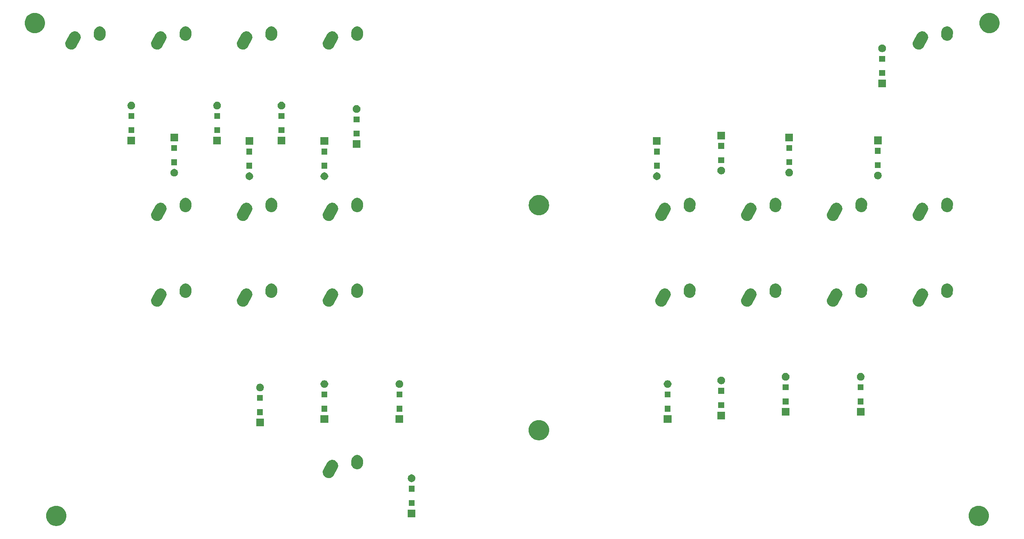
<source format=gbs>
G04 #@! TF.GenerationSoftware,KiCad,Pcbnew,5.0.1*
G04 #@! TF.CreationDate,2018-11-29T02:11:47-05:00*
G04 #@! TF.ProjectId,fightkeyb-pcb,66696768746B6579622D7063622E6B69,rev?*
G04 #@! TF.SameCoordinates,Original*
G04 #@! TF.FileFunction,Soldermask,Bot*
G04 #@! TF.FilePolarity,Negative*
%FSLAX46Y46*%
G04 Gerber Fmt 4.6, Leading zero omitted, Abs format (unit mm)*
G04 Created by KiCad (PCBNEW 5.0.1) date Thu 29 Nov 2018 02:11:47 AM EST*
%MOMM*%
%LPD*%
G01*
G04 APERTURE LIST*
%ADD10C,0.100000*%
G04 APERTURE END LIST*
D10*
G36*
X255102195Y-133497504D02*
X255450343Y-133566754D01*
X255859999Y-133736439D01*
X256228679Y-133982784D01*
X256542216Y-134296321D01*
X256788561Y-134665001D01*
X256958246Y-135074657D01*
X257044750Y-135509546D01*
X257044750Y-135952954D01*
X256958246Y-136387843D01*
X256788561Y-136797499D01*
X256542216Y-137166179D01*
X256228679Y-137479716D01*
X255859999Y-137726061D01*
X255450343Y-137895746D01*
X255102195Y-137964996D01*
X255015456Y-137982250D01*
X254572044Y-137982250D01*
X254485305Y-137964996D01*
X254137157Y-137895746D01*
X253727501Y-137726061D01*
X253358821Y-137479716D01*
X253045284Y-137166179D01*
X252798939Y-136797499D01*
X252629254Y-136387843D01*
X252542750Y-135952954D01*
X252542750Y-135509546D01*
X252629254Y-135074657D01*
X252798939Y-134665001D01*
X253045284Y-134296321D01*
X253358821Y-133982784D01*
X253727501Y-133736439D01*
X254137157Y-133566754D01*
X254485305Y-133497504D01*
X254572044Y-133480250D01*
X255015456Y-133480250D01*
X255102195Y-133497504D01*
X255102195Y-133497504D01*
G37*
G36*
X50314695Y-133497504D02*
X50662843Y-133566754D01*
X51072499Y-133736439D01*
X51441179Y-133982784D01*
X51754716Y-134296321D01*
X52001061Y-134665001D01*
X52170746Y-135074657D01*
X52257250Y-135509546D01*
X52257250Y-135952954D01*
X52170746Y-136387843D01*
X52001061Y-136797499D01*
X51754716Y-137166179D01*
X51441179Y-137479716D01*
X51072499Y-137726061D01*
X50662843Y-137895746D01*
X50314695Y-137964996D01*
X50227956Y-137982250D01*
X49784544Y-137982250D01*
X49697805Y-137964996D01*
X49349657Y-137895746D01*
X48940001Y-137726061D01*
X48571321Y-137479716D01*
X48257784Y-137166179D01*
X48011439Y-136797499D01*
X47841754Y-136387843D01*
X47755250Y-135952954D01*
X47755250Y-135509546D01*
X47841754Y-135074657D01*
X48011439Y-134665001D01*
X48257784Y-134296321D01*
X48571321Y-133982784D01*
X48940001Y-133736439D01*
X49349657Y-133566754D01*
X49697805Y-133497504D01*
X49784544Y-133480250D01*
X50227956Y-133480250D01*
X50314695Y-133497504D01*
X50314695Y-133497504D01*
G37*
G36*
X129756000Y-136036000D02*
X128054000Y-136036000D01*
X128054000Y-134334000D01*
X129756000Y-134334000D01*
X129756000Y-136036000D01*
X129756000Y-136036000D01*
G37*
G36*
X129556000Y-133511000D02*
X128254000Y-133511000D01*
X128254000Y-132209000D01*
X129556000Y-132209000D01*
X129556000Y-133511000D01*
X129556000Y-133511000D01*
G37*
G36*
X129556000Y-130361000D02*
X128254000Y-130361000D01*
X128254000Y-129059000D01*
X129556000Y-129059000D01*
X129556000Y-130361000D01*
X129556000Y-130361000D01*
G37*
G36*
X129153228Y-126566703D02*
X129308100Y-126630853D01*
X129447481Y-126723985D01*
X129566015Y-126842519D01*
X129659147Y-126981900D01*
X129723297Y-127136772D01*
X129756000Y-127301184D01*
X129756000Y-127468816D01*
X129723297Y-127633228D01*
X129659147Y-127788100D01*
X129566015Y-127927481D01*
X129447481Y-128046015D01*
X129308100Y-128139147D01*
X129153228Y-128203297D01*
X128988816Y-128236000D01*
X128821184Y-128236000D01*
X128656772Y-128203297D01*
X128501900Y-128139147D01*
X128362519Y-128046015D01*
X128243985Y-127927481D01*
X128150853Y-127788100D01*
X128086703Y-127633228D01*
X128054000Y-127468816D01*
X128054000Y-127301184D01*
X128086703Y-127136772D01*
X128150853Y-126981900D01*
X128243985Y-126842519D01*
X128362519Y-126723985D01*
X128501900Y-126630853D01*
X128656772Y-126566703D01*
X128821184Y-126534000D01*
X128988816Y-126534000D01*
X129153228Y-126566703D01*
X129153228Y-126566703D01*
G37*
G36*
X111316485Y-123286637D02*
X111449580Y-123288785D01*
X111700082Y-123342832D01*
X111700083Y-123342832D01*
X111700086Y-123342833D01*
X111807849Y-123389523D01*
X111935240Y-123444715D01*
X112145996Y-123590514D01*
X112324264Y-123774633D01*
X112463180Y-123989983D01*
X112557418Y-124228303D01*
X112582301Y-124364890D01*
X112603351Y-124480428D01*
X112601362Y-124603579D01*
X112599214Y-124736674D01*
X112554005Y-124946211D01*
X112545166Y-124987180D01*
X112468813Y-125163411D01*
X111595846Y-126735049D01*
X111521499Y-126842519D01*
X111486579Y-126892997D01*
X111302460Y-127071265D01*
X111117953Y-127190285D01*
X111087108Y-127210182D01*
X111056044Y-127222465D01*
X110848790Y-127304419D01*
X110712203Y-127329302D01*
X110596665Y-127350352D01*
X110473514Y-127348363D01*
X110340420Y-127346215D01*
X110089918Y-127292168D01*
X110089917Y-127292168D01*
X110089914Y-127292167D01*
X109982151Y-127245477D01*
X109854760Y-127190285D01*
X109644004Y-127044486D01*
X109465736Y-126860367D01*
X109326820Y-126645017D01*
X109321220Y-126630854D01*
X109282921Y-126534000D01*
X109232582Y-126406697D01*
X109207699Y-126270110D01*
X109186649Y-126154572D01*
X109188638Y-126031421D01*
X109190786Y-125898327D01*
X109244833Y-125647825D01*
X109244833Y-125647824D01*
X109244834Y-125647821D01*
X109321187Y-125471590D01*
X110194154Y-123899951D01*
X110303421Y-123742003D01*
X110487537Y-123563738D01*
X110487538Y-123563737D01*
X110702892Y-123424817D01*
X110941209Y-123330581D01*
X111077796Y-123305698D01*
X111193334Y-123284648D01*
X111316485Y-123286637D01*
X111316485Y-123286637D01*
G37*
G36*
X117181379Y-122246313D02*
X117420991Y-122337213D01*
X117420992Y-122337214D01*
X117420993Y-122337214D01*
X117638266Y-122473113D01*
X117824852Y-122648787D01*
X117945086Y-122817507D01*
X117973580Y-122857490D01*
X118078735Y-123091197D01*
X118078736Y-123091200D01*
X118136276Y-123340927D01*
X118142058Y-123532894D01*
X118127802Y-123742003D01*
X118093916Y-124239071D01*
X118062135Y-124428483D01*
X118033562Y-124503800D01*
X117971234Y-124668097D01*
X117835335Y-124885370D01*
X117659661Y-125071956D01*
X117450961Y-125220682D01*
X117450958Y-125220684D01*
X117217251Y-125325839D01*
X117217249Y-125325839D01*
X117217248Y-125325840D01*
X116967521Y-125383380D01*
X116711365Y-125391094D01*
X116711362Y-125391094D01*
X116458621Y-125348687D01*
X116219009Y-125257787D01*
X116219007Y-125257786D01*
X116001734Y-125121887D01*
X115815148Y-124946213D01*
X115666422Y-124737513D01*
X115666422Y-124737512D01*
X115666420Y-124737510D01*
X115561265Y-124503803D01*
X115543911Y-124428484D01*
X115503724Y-124254072D01*
X115497942Y-124062107D01*
X115546084Y-123355928D01*
X115558044Y-123284648D01*
X115577865Y-123166517D01*
X115668765Y-122926905D01*
X115668766Y-122926903D01*
X115804665Y-122709630D01*
X115980339Y-122523044D01*
X116189039Y-122374318D01*
X116189040Y-122374318D01*
X116189042Y-122374316D01*
X116422749Y-122269161D01*
X116422751Y-122269161D01*
X116422752Y-122269160D01*
X116672479Y-122211620D01*
X116928635Y-122203906D01*
X116928638Y-122203906D01*
X117181379Y-122246313D01*
X117181379Y-122246313D01*
G37*
G36*
X157470945Y-114447504D02*
X157819093Y-114516754D01*
X158228749Y-114686439D01*
X158597429Y-114932784D01*
X158910966Y-115246321D01*
X159157311Y-115615001D01*
X159326996Y-116024657D01*
X159413500Y-116459546D01*
X159413500Y-116902954D01*
X159326996Y-117337843D01*
X159157311Y-117747499D01*
X158910966Y-118116179D01*
X158597429Y-118429716D01*
X158228749Y-118676061D01*
X157819093Y-118845746D01*
X157470945Y-118914996D01*
X157384206Y-118932250D01*
X156940794Y-118932250D01*
X156854055Y-118914996D01*
X156505907Y-118845746D01*
X156096251Y-118676061D01*
X155727571Y-118429716D01*
X155414034Y-118116179D01*
X155167689Y-117747499D01*
X154998004Y-117337843D01*
X154911500Y-116902954D01*
X154911500Y-116459546D01*
X154998004Y-116024657D01*
X155167689Y-115615001D01*
X155414034Y-115246321D01*
X155727571Y-114932784D01*
X156096251Y-114686439D01*
X156505907Y-114516754D01*
X156854055Y-114447504D01*
X156940794Y-114430250D01*
X157384206Y-114430250D01*
X157470945Y-114447504D01*
X157470945Y-114447504D01*
G37*
G36*
X96101000Y-115863500D02*
X94399000Y-115863500D01*
X94399000Y-114161500D01*
X96101000Y-114161500D01*
X96101000Y-115863500D01*
X96101000Y-115863500D01*
G37*
G36*
X186588500Y-115094750D02*
X184886500Y-115094750D01*
X184886500Y-113392750D01*
X186588500Y-113392750D01*
X186588500Y-115094750D01*
X186588500Y-115094750D01*
G37*
G36*
X127057250Y-115094750D02*
X125355250Y-115094750D01*
X125355250Y-113392750D01*
X127057250Y-113392750D01*
X127057250Y-115094750D01*
X127057250Y-115094750D01*
G37*
G36*
X110388500Y-115094750D02*
X108686500Y-115094750D01*
X108686500Y-113392750D01*
X110388500Y-113392750D01*
X110388500Y-115094750D01*
X110388500Y-115094750D01*
G37*
G36*
X198494750Y-114288500D02*
X196792750Y-114288500D01*
X196792750Y-112586500D01*
X198494750Y-112586500D01*
X198494750Y-114288500D01*
X198494750Y-114288500D01*
G37*
G36*
X229451000Y-113482250D02*
X227749000Y-113482250D01*
X227749000Y-111780250D01*
X229451000Y-111780250D01*
X229451000Y-113482250D01*
X229451000Y-113482250D01*
G37*
G36*
X212782250Y-113482250D02*
X211080250Y-113482250D01*
X211080250Y-111780250D01*
X212782250Y-111780250D01*
X212782250Y-113482250D01*
X212782250Y-113482250D01*
G37*
G36*
X95901000Y-113338500D02*
X94599000Y-113338500D01*
X94599000Y-112036500D01*
X95901000Y-112036500D01*
X95901000Y-113338500D01*
X95901000Y-113338500D01*
G37*
G36*
X126857250Y-112569750D02*
X125555250Y-112569750D01*
X125555250Y-111267750D01*
X126857250Y-111267750D01*
X126857250Y-112569750D01*
X126857250Y-112569750D01*
G37*
G36*
X110188500Y-112569750D02*
X108886500Y-112569750D01*
X108886500Y-111267750D01*
X110188500Y-111267750D01*
X110188500Y-112569750D01*
X110188500Y-112569750D01*
G37*
G36*
X186388500Y-112569750D02*
X185086500Y-112569750D01*
X185086500Y-111267750D01*
X186388500Y-111267750D01*
X186388500Y-112569750D01*
X186388500Y-112569750D01*
G37*
G36*
X198294750Y-111763500D02*
X196992750Y-111763500D01*
X196992750Y-110461500D01*
X198294750Y-110461500D01*
X198294750Y-111763500D01*
X198294750Y-111763500D01*
G37*
G36*
X212582250Y-110957250D02*
X211280250Y-110957250D01*
X211280250Y-109655250D01*
X212582250Y-109655250D01*
X212582250Y-110957250D01*
X212582250Y-110957250D01*
G37*
G36*
X229251000Y-110957250D02*
X227949000Y-110957250D01*
X227949000Y-109655250D01*
X229251000Y-109655250D01*
X229251000Y-110957250D01*
X229251000Y-110957250D01*
G37*
G36*
X95901000Y-110188500D02*
X94599000Y-110188500D01*
X94599000Y-108886500D01*
X95901000Y-108886500D01*
X95901000Y-110188500D01*
X95901000Y-110188500D01*
G37*
G36*
X110188500Y-109419750D02*
X108886500Y-109419750D01*
X108886500Y-108117750D01*
X110188500Y-108117750D01*
X110188500Y-109419750D01*
X110188500Y-109419750D01*
G37*
G36*
X126857250Y-109419750D02*
X125555250Y-109419750D01*
X125555250Y-108117750D01*
X126857250Y-108117750D01*
X126857250Y-109419750D01*
X126857250Y-109419750D01*
G37*
G36*
X186388500Y-109419750D02*
X185086500Y-109419750D01*
X185086500Y-108117750D01*
X186388500Y-108117750D01*
X186388500Y-109419750D01*
X186388500Y-109419750D01*
G37*
G36*
X198294750Y-108613500D02*
X196992750Y-108613500D01*
X196992750Y-107311500D01*
X198294750Y-107311500D01*
X198294750Y-108613500D01*
X198294750Y-108613500D01*
G37*
G36*
X95498228Y-106394203D02*
X95653100Y-106458353D01*
X95792481Y-106551485D01*
X95911015Y-106670019D01*
X96004147Y-106809400D01*
X96068297Y-106964272D01*
X96101000Y-107128684D01*
X96101000Y-107296316D01*
X96068297Y-107460728D01*
X96004147Y-107615600D01*
X95911015Y-107754981D01*
X95792481Y-107873515D01*
X95653100Y-107966647D01*
X95498228Y-108030797D01*
X95333816Y-108063500D01*
X95166184Y-108063500D01*
X95001772Y-108030797D01*
X94846900Y-107966647D01*
X94707519Y-107873515D01*
X94588985Y-107754981D01*
X94495853Y-107615600D01*
X94431703Y-107460728D01*
X94399000Y-107296316D01*
X94399000Y-107128684D01*
X94431703Y-106964272D01*
X94495853Y-106809400D01*
X94588985Y-106670019D01*
X94707519Y-106551485D01*
X94846900Y-106458353D01*
X95001772Y-106394203D01*
X95166184Y-106361500D01*
X95333816Y-106361500D01*
X95498228Y-106394203D01*
X95498228Y-106394203D01*
G37*
G36*
X212582250Y-107807250D02*
X211280250Y-107807250D01*
X211280250Y-106505250D01*
X212582250Y-106505250D01*
X212582250Y-107807250D01*
X212582250Y-107807250D01*
G37*
G36*
X229251000Y-107807250D02*
X227949000Y-107807250D01*
X227949000Y-106505250D01*
X229251000Y-106505250D01*
X229251000Y-107807250D01*
X229251000Y-107807250D01*
G37*
G36*
X109785728Y-105625453D02*
X109940600Y-105689603D01*
X110079981Y-105782735D01*
X110198515Y-105901269D01*
X110291647Y-106040650D01*
X110355797Y-106195522D01*
X110388500Y-106359934D01*
X110388500Y-106527566D01*
X110355797Y-106691978D01*
X110291647Y-106846850D01*
X110198515Y-106986231D01*
X110079981Y-107104765D01*
X109940600Y-107197897D01*
X109785728Y-107262047D01*
X109621316Y-107294750D01*
X109453684Y-107294750D01*
X109289272Y-107262047D01*
X109134400Y-107197897D01*
X108995019Y-107104765D01*
X108876485Y-106986231D01*
X108783353Y-106846850D01*
X108719203Y-106691978D01*
X108686500Y-106527566D01*
X108686500Y-106359934D01*
X108719203Y-106195522D01*
X108783353Y-106040650D01*
X108876485Y-105901269D01*
X108995019Y-105782735D01*
X109134400Y-105689603D01*
X109289272Y-105625453D01*
X109453684Y-105592750D01*
X109621316Y-105592750D01*
X109785728Y-105625453D01*
X109785728Y-105625453D01*
G37*
G36*
X185985728Y-105625453D02*
X186140600Y-105689603D01*
X186279981Y-105782735D01*
X186398515Y-105901269D01*
X186491647Y-106040650D01*
X186555797Y-106195522D01*
X186588500Y-106359934D01*
X186588500Y-106527566D01*
X186555797Y-106691978D01*
X186491647Y-106846850D01*
X186398515Y-106986231D01*
X186279981Y-107104765D01*
X186140600Y-107197897D01*
X185985728Y-107262047D01*
X185821316Y-107294750D01*
X185653684Y-107294750D01*
X185489272Y-107262047D01*
X185334400Y-107197897D01*
X185195019Y-107104765D01*
X185076485Y-106986231D01*
X184983353Y-106846850D01*
X184919203Y-106691978D01*
X184886500Y-106527566D01*
X184886500Y-106359934D01*
X184919203Y-106195522D01*
X184983353Y-106040650D01*
X185076485Y-105901269D01*
X185195019Y-105782735D01*
X185334400Y-105689603D01*
X185489272Y-105625453D01*
X185653684Y-105592750D01*
X185821316Y-105592750D01*
X185985728Y-105625453D01*
X185985728Y-105625453D01*
G37*
G36*
X126454478Y-105625453D02*
X126609350Y-105689603D01*
X126748731Y-105782735D01*
X126867265Y-105901269D01*
X126960397Y-106040650D01*
X127024547Y-106195522D01*
X127057250Y-106359934D01*
X127057250Y-106527566D01*
X127024547Y-106691978D01*
X126960397Y-106846850D01*
X126867265Y-106986231D01*
X126748731Y-107104765D01*
X126609350Y-107197897D01*
X126454478Y-107262047D01*
X126290066Y-107294750D01*
X126122434Y-107294750D01*
X125958022Y-107262047D01*
X125803150Y-107197897D01*
X125663769Y-107104765D01*
X125545235Y-106986231D01*
X125452103Y-106846850D01*
X125387953Y-106691978D01*
X125355250Y-106527566D01*
X125355250Y-106359934D01*
X125387953Y-106195522D01*
X125452103Y-106040650D01*
X125545235Y-105901269D01*
X125663769Y-105782735D01*
X125803150Y-105689603D01*
X125958022Y-105625453D01*
X126122434Y-105592750D01*
X126290066Y-105592750D01*
X126454478Y-105625453D01*
X126454478Y-105625453D01*
G37*
G36*
X197891978Y-104819203D02*
X198046850Y-104883353D01*
X198186231Y-104976485D01*
X198304765Y-105095019D01*
X198397897Y-105234400D01*
X198462047Y-105389272D01*
X198494750Y-105553684D01*
X198494750Y-105721316D01*
X198462047Y-105885728D01*
X198397897Y-106040600D01*
X198304765Y-106179981D01*
X198186231Y-106298515D01*
X198046850Y-106391647D01*
X197891978Y-106455797D01*
X197727566Y-106488500D01*
X197559934Y-106488500D01*
X197395522Y-106455797D01*
X197240650Y-106391647D01*
X197101269Y-106298515D01*
X196982735Y-106179981D01*
X196889603Y-106040600D01*
X196825453Y-105885728D01*
X196792750Y-105721316D01*
X196792750Y-105553684D01*
X196825453Y-105389272D01*
X196889603Y-105234400D01*
X196982735Y-105095019D01*
X197101269Y-104976485D01*
X197240650Y-104883353D01*
X197395522Y-104819203D01*
X197559934Y-104786500D01*
X197727566Y-104786500D01*
X197891978Y-104819203D01*
X197891978Y-104819203D01*
G37*
G36*
X212179478Y-104012953D02*
X212334350Y-104077103D01*
X212473731Y-104170235D01*
X212592265Y-104288769D01*
X212685397Y-104428150D01*
X212749547Y-104583022D01*
X212782250Y-104747434D01*
X212782250Y-104915066D01*
X212749547Y-105079478D01*
X212685397Y-105234350D01*
X212592265Y-105373731D01*
X212473731Y-105492265D01*
X212334350Y-105585397D01*
X212179478Y-105649547D01*
X212015066Y-105682250D01*
X211847434Y-105682250D01*
X211683022Y-105649547D01*
X211528150Y-105585397D01*
X211388769Y-105492265D01*
X211270235Y-105373731D01*
X211177103Y-105234350D01*
X211112953Y-105079478D01*
X211080250Y-104915066D01*
X211080250Y-104747434D01*
X211112953Y-104583022D01*
X211177103Y-104428150D01*
X211270235Y-104288769D01*
X211388769Y-104170235D01*
X211528150Y-104077103D01*
X211683022Y-104012953D01*
X211847434Y-103980250D01*
X212015066Y-103980250D01*
X212179478Y-104012953D01*
X212179478Y-104012953D01*
G37*
G36*
X228848228Y-104012953D02*
X229003100Y-104077103D01*
X229142481Y-104170235D01*
X229261015Y-104288769D01*
X229354147Y-104428150D01*
X229418297Y-104583022D01*
X229451000Y-104747434D01*
X229451000Y-104915066D01*
X229418297Y-105079478D01*
X229354147Y-105234350D01*
X229261015Y-105373731D01*
X229142481Y-105492265D01*
X229003100Y-105585397D01*
X228848228Y-105649547D01*
X228683816Y-105682250D01*
X228516184Y-105682250D01*
X228351772Y-105649547D01*
X228196900Y-105585397D01*
X228057519Y-105492265D01*
X227938985Y-105373731D01*
X227845853Y-105234350D01*
X227781703Y-105079478D01*
X227749000Y-104915066D01*
X227749000Y-104747434D01*
X227781703Y-104583022D01*
X227845853Y-104428150D01*
X227938985Y-104288769D01*
X228057519Y-104170235D01*
X228196900Y-104077103D01*
X228351772Y-104012953D01*
X228516184Y-103980250D01*
X228683816Y-103980250D01*
X228848228Y-104012953D01*
X228848228Y-104012953D01*
G37*
G36*
X242285235Y-85186637D02*
X242418330Y-85188785D01*
X242668832Y-85242832D01*
X242668833Y-85242832D01*
X242668836Y-85242833D01*
X242776599Y-85289523D01*
X242903990Y-85344715D01*
X243114746Y-85490514D01*
X243293014Y-85674633D01*
X243431930Y-85889983D01*
X243526168Y-86128303D01*
X243551051Y-86264890D01*
X243572101Y-86380428D01*
X243570112Y-86503579D01*
X243567964Y-86636674D01*
X243522755Y-86846211D01*
X243513916Y-86887180D01*
X243437563Y-87063411D01*
X242564596Y-88635049D01*
X242477902Y-88760367D01*
X242455329Y-88792997D01*
X242271210Y-88971265D01*
X242086703Y-89090285D01*
X242055858Y-89110182D01*
X242024794Y-89122465D01*
X241817540Y-89204419D01*
X241680953Y-89229302D01*
X241565415Y-89250352D01*
X241442264Y-89248363D01*
X241309170Y-89246215D01*
X241058668Y-89192168D01*
X241058667Y-89192168D01*
X241058664Y-89192167D01*
X240950901Y-89145477D01*
X240823510Y-89090285D01*
X240612754Y-88944486D01*
X240434486Y-88760367D01*
X240295570Y-88545017D01*
X240201332Y-88306697D01*
X240176449Y-88170110D01*
X240155399Y-88054572D01*
X240157388Y-87931421D01*
X240159536Y-87798327D01*
X240213583Y-87547825D01*
X240213583Y-87547824D01*
X240213584Y-87547821D01*
X240289937Y-87371590D01*
X241162904Y-85799951D01*
X241272171Y-85642003D01*
X241456287Y-85463738D01*
X241456288Y-85463737D01*
X241671642Y-85324817D01*
X241909959Y-85230581D01*
X242046546Y-85205698D01*
X242162084Y-85184648D01*
X242285235Y-85186637D01*
X242285235Y-85186637D01*
G37*
G36*
X73216485Y-85186637D02*
X73349580Y-85188785D01*
X73600082Y-85242832D01*
X73600083Y-85242832D01*
X73600086Y-85242833D01*
X73707849Y-85289523D01*
X73835240Y-85344715D01*
X74045996Y-85490514D01*
X74224264Y-85674633D01*
X74363180Y-85889983D01*
X74457418Y-86128303D01*
X74482301Y-86264890D01*
X74503351Y-86380428D01*
X74501362Y-86503579D01*
X74499214Y-86636674D01*
X74454005Y-86846211D01*
X74445166Y-86887180D01*
X74368813Y-87063411D01*
X73495846Y-88635049D01*
X73409152Y-88760367D01*
X73386579Y-88792997D01*
X73202460Y-88971265D01*
X73017953Y-89090285D01*
X72987108Y-89110182D01*
X72956044Y-89122465D01*
X72748790Y-89204419D01*
X72612203Y-89229302D01*
X72496665Y-89250352D01*
X72373514Y-89248363D01*
X72240420Y-89246215D01*
X71989918Y-89192168D01*
X71989917Y-89192168D01*
X71989914Y-89192167D01*
X71882151Y-89145477D01*
X71754760Y-89090285D01*
X71544004Y-88944486D01*
X71365736Y-88760367D01*
X71226820Y-88545017D01*
X71132582Y-88306697D01*
X71107699Y-88170110D01*
X71086649Y-88054572D01*
X71088638Y-87931421D01*
X71090786Y-87798327D01*
X71144833Y-87547825D01*
X71144833Y-87547824D01*
X71144834Y-87547821D01*
X71221187Y-87371590D01*
X72094154Y-85799951D01*
X72203421Y-85642003D01*
X72387537Y-85463738D01*
X72387538Y-85463737D01*
X72602892Y-85324817D01*
X72841209Y-85230581D01*
X72977796Y-85205698D01*
X73093334Y-85184648D01*
X73216485Y-85186637D01*
X73216485Y-85186637D01*
G37*
G36*
X92266485Y-85186637D02*
X92399580Y-85188785D01*
X92650082Y-85242832D01*
X92650083Y-85242832D01*
X92650086Y-85242833D01*
X92757849Y-85289523D01*
X92885240Y-85344715D01*
X93095996Y-85490514D01*
X93274264Y-85674633D01*
X93413180Y-85889983D01*
X93507418Y-86128303D01*
X93532301Y-86264890D01*
X93553351Y-86380428D01*
X93551362Y-86503579D01*
X93549214Y-86636674D01*
X93504005Y-86846211D01*
X93495166Y-86887180D01*
X93418813Y-87063411D01*
X92545846Y-88635049D01*
X92459152Y-88760367D01*
X92436579Y-88792997D01*
X92252460Y-88971265D01*
X92067953Y-89090285D01*
X92037108Y-89110182D01*
X92006044Y-89122465D01*
X91798790Y-89204419D01*
X91662203Y-89229302D01*
X91546665Y-89250352D01*
X91423514Y-89248363D01*
X91290420Y-89246215D01*
X91039918Y-89192168D01*
X91039917Y-89192168D01*
X91039914Y-89192167D01*
X90932151Y-89145477D01*
X90804760Y-89090285D01*
X90594004Y-88944486D01*
X90415736Y-88760367D01*
X90276820Y-88545017D01*
X90182582Y-88306697D01*
X90157699Y-88170110D01*
X90136649Y-88054572D01*
X90138638Y-87931421D01*
X90140786Y-87798327D01*
X90194833Y-87547825D01*
X90194833Y-87547824D01*
X90194834Y-87547821D01*
X90271187Y-87371590D01*
X91144154Y-85799951D01*
X91253421Y-85642003D01*
X91437537Y-85463738D01*
X91437538Y-85463737D01*
X91652892Y-85324817D01*
X91891209Y-85230581D01*
X92027796Y-85205698D01*
X92143334Y-85184648D01*
X92266485Y-85186637D01*
X92266485Y-85186637D01*
G37*
G36*
X111316485Y-85186637D02*
X111449580Y-85188785D01*
X111700082Y-85242832D01*
X111700083Y-85242832D01*
X111700086Y-85242833D01*
X111807849Y-85289523D01*
X111935240Y-85344715D01*
X112145996Y-85490514D01*
X112324264Y-85674633D01*
X112463180Y-85889983D01*
X112557418Y-86128303D01*
X112582301Y-86264890D01*
X112603351Y-86380428D01*
X112601362Y-86503579D01*
X112599214Y-86636674D01*
X112554005Y-86846211D01*
X112545166Y-86887180D01*
X112468813Y-87063411D01*
X111595846Y-88635049D01*
X111509152Y-88760367D01*
X111486579Y-88792997D01*
X111302460Y-88971265D01*
X111117953Y-89090285D01*
X111087108Y-89110182D01*
X111056044Y-89122465D01*
X110848790Y-89204419D01*
X110712203Y-89229302D01*
X110596665Y-89250352D01*
X110473514Y-89248363D01*
X110340420Y-89246215D01*
X110089918Y-89192168D01*
X110089917Y-89192168D01*
X110089914Y-89192167D01*
X109982151Y-89145477D01*
X109854760Y-89090285D01*
X109644004Y-88944486D01*
X109465736Y-88760367D01*
X109326820Y-88545017D01*
X109232582Y-88306697D01*
X109207699Y-88170110D01*
X109186649Y-88054572D01*
X109188638Y-87931421D01*
X109190786Y-87798327D01*
X109244833Y-87547825D01*
X109244833Y-87547824D01*
X109244834Y-87547821D01*
X109321187Y-87371590D01*
X110194154Y-85799951D01*
X110303421Y-85642003D01*
X110487537Y-85463738D01*
X110487538Y-85463737D01*
X110702892Y-85324817D01*
X110941209Y-85230581D01*
X111077796Y-85205698D01*
X111193334Y-85184648D01*
X111316485Y-85186637D01*
X111316485Y-85186637D01*
G37*
G36*
X185135235Y-85186637D02*
X185268330Y-85188785D01*
X185518832Y-85242832D01*
X185518833Y-85242832D01*
X185518836Y-85242833D01*
X185626599Y-85289523D01*
X185753990Y-85344715D01*
X185964746Y-85490514D01*
X186143014Y-85674633D01*
X186281930Y-85889983D01*
X186376168Y-86128303D01*
X186401051Y-86264890D01*
X186422101Y-86380428D01*
X186420112Y-86503579D01*
X186417964Y-86636674D01*
X186372755Y-86846211D01*
X186363916Y-86887180D01*
X186287563Y-87063411D01*
X185414596Y-88635049D01*
X185327902Y-88760367D01*
X185305329Y-88792997D01*
X185121210Y-88971265D01*
X184936703Y-89090285D01*
X184905858Y-89110182D01*
X184874794Y-89122465D01*
X184667540Y-89204419D01*
X184530953Y-89229302D01*
X184415415Y-89250352D01*
X184292264Y-89248363D01*
X184159170Y-89246215D01*
X183908668Y-89192168D01*
X183908667Y-89192168D01*
X183908664Y-89192167D01*
X183800901Y-89145477D01*
X183673510Y-89090285D01*
X183462754Y-88944486D01*
X183284486Y-88760367D01*
X183145570Y-88545017D01*
X183051332Y-88306697D01*
X183026449Y-88170110D01*
X183005399Y-88054572D01*
X183007388Y-87931421D01*
X183009536Y-87798327D01*
X183063583Y-87547825D01*
X183063583Y-87547824D01*
X183063584Y-87547821D01*
X183139937Y-87371590D01*
X184012904Y-85799951D01*
X184122171Y-85642003D01*
X184306287Y-85463738D01*
X184306288Y-85463737D01*
X184521642Y-85324817D01*
X184759959Y-85230581D01*
X184896546Y-85205698D01*
X185012084Y-85184648D01*
X185135235Y-85186637D01*
X185135235Y-85186637D01*
G37*
G36*
X204185235Y-85186637D02*
X204318330Y-85188785D01*
X204568832Y-85242832D01*
X204568833Y-85242832D01*
X204568836Y-85242833D01*
X204676599Y-85289523D01*
X204803990Y-85344715D01*
X205014746Y-85490514D01*
X205193014Y-85674633D01*
X205331930Y-85889983D01*
X205426168Y-86128303D01*
X205451051Y-86264890D01*
X205472101Y-86380428D01*
X205470112Y-86503579D01*
X205467964Y-86636674D01*
X205422755Y-86846211D01*
X205413916Y-86887180D01*
X205337563Y-87063411D01*
X204464596Y-88635049D01*
X204377902Y-88760367D01*
X204355329Y-88792997D01*
X204171210Y-88971265D01*
X203986703Y-89090285D01*
X203955858Y-89110182D01*
X203924794Y-89122465D01*
X203717540Y-89204419D01*
X203580953Y-89229302D01*
X203465415Y-89250352D01*
X203342264Y-89248363D01*
X203209170Y-89246215D01*
X202958668Y-89192168D01*
X202958667Y-89192168D01*
X202958664Y-89192167D01*
X202850901Y-89145477D01*
X202723510Y-89090285D01*
X202512754Y-88944486D01*
X202334486Y-88760367D01*
X202195570Y-88545017D01*
X202101332Y-88306697D01*
X202076449Y-88170110D01*
X202055399Y-88054572D01*
X202057388Y-87931421D01*
X202059536Y-87798327D01*
X202113583Y-87547825D01*
X202113583Y-87547824D01*
X202113584Y-87547821D01*
X202189937Y-87371590D01*
X203062904Y-85799951D01*
X203172171Y-85642003D01*
X203356287Y-85463738D01*
X203356288Y-85463737D01*
X203571642Y-85324817D01*
X203809959Y-85230581D01*
X203946546Y-85205698D01*
X204062084Y-85184648D01*
X204185235Y-85186637D01*
X204185235Y-85186637D01*
G37*
G36*
X223235235Y-85186637D02*
X223368330Y-85188785D01*
X223618832Y-85242832D01*
X223618833Y-85242832D01*
X223618836Y-85242833D01*
X223726599Y-85289523D01*
X223853990Y-85344715D01*
X224064746Y-85490514D01*
X224243014Y-85674633D01*
X224381930Y-85889983D01*
X224476168Y-86128303D01*
X224501051Y-86264890D01*
X224522101Y-86380428D01*
X224520112Y-86503579D01*
X224517964Y-86636674D01*
X224472755Y-86846211D01*
X224463916Y-86887180D01*
X224387563Y-87063411D01*
X223514596Y-88635049D01*
X223427902Y-88760367D01*
X223405329Y-88792997D01*
X223221210Y-88971265D01*
X223036703Y-89090285D01*
X223005858Y-89110182D01*
X222974794Y-89122465D01*
X222767540Y-89204419D01*
X222630953Y-89229302D01*
X222515415Y-89250352D01*
X222392264Y-89248363D01*
X222259170Y-89246215D01*
X222008668Y-89192168D01*
X222008667Y-89192168D01*
X222008664Y-89192167D01*
X221900901Y-89145477D01*
X221773510Y-89090285D01*
X221562754Y-88944486D01*
X221384486Y-88760367D01*
X221245570Y-88545017D01*
X221151332Y-88306697D01*
X221126449Y-88170110D01*
X221105399Y-88054572D01*
X221107388Y-87931421D01*
X221109536Y-87798327D01*
X221163583Y-87547825D01*
X221163583Y-87547824D01*
X221163584Y-87547821D01*
X221239937Y-87371590D01*
X222112904Y-85799951D01*
X222222171Y-85642003D01*
X222406287Y-85463738D01*
X222406288Y-85463737D01*
X222621642Y-85324817D01*
X222859959Y-85230581D01*
X222996546Y-85205698D01*
X223112084Y-85184648D01*
X223235235Y-85186637D01*
X223235235Y-85186637D01*
G37*
G36*
X98131379Y-84146313D02*
X98370991Y-84237213D01*
X98370992Y-84237214D01*
X98370993Y-84237214D01*
X98588266Y-84373113D01*
X98774852Y-84548787D01*
X98895086Y-84717507D01*
X98923580Y-84757490D01*
X99028735Y-84991197D01*
X99028736Y-84991200D01*
X99086276Y-85240927D01*
X99092058Y-85432894D01*
X99077802Y-85642003D01*
X99043916Y-86139071D01*
X99012135Y-86328483D01*
X98983562Y-86403800D01*
X98921234Y-86568097D01*
X98785335Y-86785370D01*
X98609661Y-86971956D01*
X98400961Y-87120682D01*
X98400958Y-87120684D01*
X98167251Y-87225839D01*
X98167249Y-87225839D01*
X98167248Y-87225840D01*
X97917521Y-87283380D01*
X97661365Y-87291094D01*
X97661362Y-87291094D01*
X97408621Y-87248687D01*
X97169009Y-87157787D01*
X97169007Y-87157786D01*
X96951734Y-87021887D01*
X96765148Y-86846213D01*
X96616422Y-86637513D01*
X96616422Y-86637512D01*
X96616420Y-86637510D01*
X96511265Y-86403803D01*
X96493911Y-86328484D01*
X96453724Y-86154072D01*
X96447942Y-85962107D01*
X96496084Y-85255928D01*
X96508044Y-85184648D01*
X96527865Y-85066517D01*
X96618765Y-84826905D01*
X96618766Y-84826903D01*
X96754665Y-84609630D01*
X96930339Y-84423044D01*
X97139039Y-84274318D01*
X97139040Y-84274318D01*
X97139042Y-84274316D01*
X97372749Y-84169161D01*
X97372751Y-84169161D01*
X97372752Y-84169160D01*
X97622479Y-84111620D01*
X97878635Y-84103906D01*
X97878638Y-84103906D01*
X98131379Y-84146313D01*
X98131379Y-84146313D01*
G37*
G36*
X191000129Y-84146313D02*
X191239741Y-84237213D01*
X191239742Y-84237214D01*
X191239743Y-84237214D01*
X191457016Y-84373113D01*
X191643602Y-84548787D01*
X191763836Y-84717507D01*
X191792330Y-84757490D01*
X191897485Y-84991197D01*
X191897486Y-84991200D01*
X191955026Y-85240927D01*
X191960808Y-85432894D01*
X191946552Y-85642003D01*
X191912666Y-86139071D01*
X191880885Y-86328483D01*
X191852312Y-86403800D01*
X191789984Y-86568097D01*
X191654085Y-86785370D01*
X191478411Y-86971956D01*
X191269711Y-87120682D01*
X191269708Y-87120684D01*
X191036001Y-87225839D01*
X191035999Y-87225839D01*
X191035998Y-87225840D01*
X190786271Y-87283380D01*
X190530115Y-87291094D01*
X190530112Y-87291094D01*
X190277371Y-87248687D01*
X190037759Y-87157787D01*
X190037757Y-87157786D01*
X189820484Y-87021887D01*
X189633898Y-86846213D01*
X189485172Y-86637513D01*
X189485172Y-86637512D01*
X189485170Y-86637510D01*
X189380015Y-86403803D01*
X189362661Y-86328484D01*
X189322474Y-86154072D01*
X189316692Y-85962107D01*
X189364834Y-85255928D01*
X189376794Y-85184648D01*
X189396615Y-85066517D01*
X189487515Y-84826905D01*
X189487516Y-84826903D01*
X189623415Y-84609630D01*
X189799089Y-84423044D01*
X190007789Y-84274318D01*
X190007790Y-84274318D01*
X190007792Y-84274316D01*
X190241499Y-84169161D01*
X190241501Y-84169161D01*
X190241502Y-84169160D01*
X190491229Y-84111620D01*
X190747385Y-84103906D01*
X190747388Y-84103906D01*
X191000129Y-84146313D01*
X191000129Y-84146313D01*
G37*
G36*
X117181379Y-84146313D02*
X117420991Y-84237213D01*
X117420992Y-84237214D01*
X117420993Y-84237214D01*
X117638266Y-84373113D01*
X117824852Y-84548787D01*
X117945086Y-84717507D01*
X117973580Y-84757490D01*
X118078735Y-84991197D01*
X118078736Y-84991200D01*
X118136276Y-85240927D01*
X118142058Y-85432894D01*
X118127802Y-85642003D01*
X118093916Y-86139071D01*
X118062135Y-86328483D01*
X118033562Y-86403800D01*
X117971234Y-86568097D01*
X117835335Y-86785370D01*
X117659661Y-86971956D01*
X117450961Y-87120682D01*
X117450958Y-87120684D01*
X117217251Y-87225839D01*
X117217249Y-87225839D01*
X117217248Y-87225840D01*
X116967521Y-87283380D01*
X116711365Y-87291094D01*
X116711362Y-87291094D01*
X116458621Y-87248687D01*
X116219009Y-87157787D01*
X116219007Y-87157786D01*
X116001734Y-87021887D01*
X115815148Y-86846213D01*
X115666422Y-86637513D01*
X115666422Y-86637512D01*
X115666420Y-86637510D01*
X115561265Y-86403803D01*
X115543911Y-86328484D01*
X115503724Y-86154072D01*
X115497942Y-85962107D01*
X115546084Y-85255928D01*
X115558044Y-85184648D01*
X115577865Y-85066517D01*
X115668765Y-84826905D01*
X115668766Y-84826903D01*
X115804665Y-84609630D01*
X115980339Y-84423044D01*
X116189039Y-84274318D01*
X116189040Y-84274318D01*
X116189042Y-84274316D01*
X116422749Y-84169161D01*
X116422751Y-84169161D01*
X116422752Y-84169160D01*
X116672479Y-84111620D01*
X116928635Y-84103906D01*
X116928638Y-84103906D01*
X117181379Y-84146313D01*
X117181379Y-84146313D01*
G37*
G36*
X210050129Y-84146313D02*
X210289741Y-84237213D01*
X210289742Y-84237214D01*
X210289743Y-84237214D01*
X210507016Y-84373113D01*
X210693602Y-84548787D01*
X210813836Y-84717507D01*
X210842330Y-84757490D01*
X210947485Y-84991197D01*
X210947486Y-84991200D01*
X211005026Y-85240927D01*
X211010808Y-85432894D01*
X210996552Y-85642003D01*
X210962666Y-86139071D01*
X210930885Y-86328483D01*
X210902312Y-86403800D01*
X210839984Y-86568097D01*
X210704085Y-86785370D01*
X210528411Y-86971956D01*
X210319711Y-87120682D01*
X210319708Y-87120684D01*
X210086001Y-87225839D01*
X210085999Y-87225839D01*
X210085998Y-87225840D01*
X209836271Y-87283380D01*
X209580115Y-87291094D01*
X209580112Y-87291094D01*
X209327371Y-87248687D01*
X209087759Y-87157787D01*
X209087757Y-87157786D01*
X208870484Y-87021887D01*
X208683898Y-86846213D01*
X208535172Y-86637513D01*
X208535172Y-86637512D01*
X208535170Y-86637510D01*
X208430015Y-86403803D01*
X208412661Y-86328484D01*
X208372474Y-86154072D01*
X208366692Y-85962107D01*
X208414834Y-85255928D01*
X208426794Y-85184648D01*
X208446615Y-85066517D01*
X208537515Y-84826905D01*
X208537516Y-84826903D01*
X208673415Y-84609630D01*
X208849089Y-84423044D01*
X209057789Y-84274318D01*
X209057790Y-84274318D01*
X209057792Y-84274316D01*
X209291499Y-84169161D01*
X209291501Y-84169161D01*
X209291502Y-84169160D01*
X209541229Y-84111620D01*
X209797385Y-84103906D01*
X209797388Y-84103906D01*
X210050129Y-84146313D01*
X210050129Y-84146313D01*
G37*
G36*
X79081379Y-84146313D02*
X79320991Y-84237213D01*
X79320992Y-84237214D01*
X79320993Y-84237214D01*
X79538266Y-84373113D01*
X79724852Y-84548787D01*
X79845086Y-84717507D01*
X79873580Y-84757490D01*
X79978735Y-84991197D01*
X79978736Y-84991200D01*
X80036276Y-85240927D01*
X80042058Y-85432894D01*
X80027802Y-85642003D01*
X79993916Y-86139071D01*
X79962135Y-86328483D01*
X79933562Y-86403800D01*
X79871234Y-86568097D01*
X79735335Y-86785370D01*
X79559661Y-86971956D01*
X79350961Y-87120682D01*
X79350958Y-87120684D01*
X79117251Y-87225839D01*
X79117249Y-87225839D01*
X79117248Y-87225840D01*
X78867521Y-87283380D01*
X78611365Y-87291094D01*
X78611362Y-87291094D01*
X78358621Y-87248687D01*
X78119009Y-87157787D01*
X78119007Y-87157786D01*
X77901734Y-87021887D01*
X77715148Y-86846213D01*
X77566422Y-86637513D01*
X77566422Y-86637512D01*
X77566420Y-86637510D01*
X77461265Y-86403803D01*
X77443911Y-86328484D01*
X77403724Y-86154072D01*
X77397942Y-85962107D01*
X77446084Y-85255928D01*
X77458044Y-85184648D01*
X77477865Y-85066517D01*
X77568765Y-84826905D01*
X77568766Y-84826903D01*
X77704665Y-84609630D01*
X77880339Y-84423044D01*
X78089039Y-84274318D01*
X78089040Y-84274318D01*
X78089042Y-84274316D01*
X78322749Y-84169161D01*
X78322751Y-84169161D01*
X78322752Y-84169160D01*
X78572479Y-84111620D01*
X78828635Y-84103906D01*
X78828638Y-84103906D01*
X79081379Y-84146313D01*
X79081379Y-84146313D01*
G37*
G36*
X248150129Y-84146313D02*
X248389741Y-84237213D01*
X248389742Y-84237214D01*
X248389743Y-84237214D01*
X248607016Y-84373113D01*
X248793602Y-84548787D01*
X248913836Y-84717507D01*
X248942330Y-84757490D01*
X249047485Y-84991197D01*
X249047486Y-84991200D01*
X249105026Y-85240927D01*
X249110808Y-85432894D01*
X249096552Y-85642003D01*
X249062666Y-86139071D01*
X249030885Y-86328483D01*
X249002312Y-86403800D01*
X248939984Y-86568097D01*
X248804085Y-86785370D01*
X248628411Y-86971956D01*
X248419711Y-87120682D01*
X248419708Y-87120684D01*
X248186001Y-87225839D01*
X248185999Y-87225839D01*
X248185998Y-87225840D01*
X247936271Y-87283380D01*
X247680115Y-87291094D01*
X247680112Y-87291094D01*
X247427371Y-87248687D01*
X247187759Y-87157787D01*
X247187757Y-87157786D01*
X246970484Y-87021887D01*
X246783898Y-86846213D01*
X246635172Y-86637513D01*
X246635172Y-86637512D01*
X246635170Y-86637510D01*
X246530015Y-86403803D01*
X246512661Y-86328484D01*
X246472474Y-86154072D01*
X246466692Y-85962107D01*
X246514834Y-85255928D01*
X246526794Y-85184648D01*
X246546615Y-85066517D01*
X246637515Y-84826905D01*
X246637516Y-84826903D01*
X246773415Y-84609630D01*
X246949089Y-84423044D01*
X247157789Y-84274318D01*
X247157790Y-84274318D01*
X247157792Y-84274316D01*
X247391499Y-84169161D01*
X247391501Y-84169161D01*
X247391502Y-84169160D01*
X247641229Y-84111620D01*
X247897385Y-84103906D01*
X247897388Y-84103906D01*
X248150129Y-84146313D01*
X248150129Y-84146313D01*
G37*
G36*
X229100129Y-84146313D02*
X229339741Y-84237213D01*
X229339742Y-84237214D01*
X229339743Y-84237214D01*
X229557016Y-84373113D01*
X229743602Y-84548787D01*
X229863836Y-84717507D01*
X229892330Y-84757490D01*
X229997485Y-84991197D01*
X229997486Y-84991200D01*
X230055026Y-85240927D01*
X230060808Y-85432894D01*
X230046552Y-85642003D01*
X230012666Y-86139071D01*
X229980885Y-86328483D01*
X229952312Y-86403800D01*
X229889984Y-86568097D01*
X229754085Y-86785370D01*
X229578411Y-86971956D01*
X229369711Y-87120682D01*
X229369708Y-87120684D01*
X229136001Y-87225839D01*
X229135999Y-87225839D01*
X229135998Y-87225840D01*
X228886271Y-87283380D01*
X228630115Y-87291094D01*
X228630112Y-87291094D01*
X228377371Y-87248687D01*
X228137759Y-87157787D01*
X228137757Y-87157786D01*
X227920484Y-87021887D01*
X227733898Y-86846213D01*
X227585172Y-86637513D01*
X227585172Y-86637512D01*
X227585170Y-86637510D01*
X227480015Y-86403803D01*
X227462661Y-86328484D01*
X227422474Y-86154072D01*
X227416692Y-85962107D01*
X227464834Y-85255928D01*
X227476794Y-85184648D01*
X227496615Y-85066517D01*
X227587515Y-84826905D01*
X227587516Y-84826903D01*
X227723415Y-84609630D01*
X227899089Y-84423044D01*
X228107789Y-84274318D01*
X228107790Y-84274318D01*
X228107792Y-84274316D01*
X228341499Y-84169161D01*
X228341501Y-84169161D01*
X228341502Y-84169160D01*
X228591229Y-84111620D01*
X228847385Y-84103906D01*
X228847388Y-84103906D01*
X229100129Y-84146313D01*
X229100129Y-84146313D01*
G37*
G36*
X204185235Y-66136637D02*
X204318330Y-66138785D01*
X204568832Y-66192832D01*
X204568833Y-66192832D01*
X204568836Y-66192833D01*
X204676599Y-66239523D01*
X204803990Y-66294715D01*
X205014746Y-66440514D01*
X205193014Y-66624633D01*
X205331930Y-66839983D01*
X205426168Y-67078303D01*
X205451051Y-67214890D01*
X205472101Y-67330428D01*
X205470112Y-67453579D01*
X205467964Y-67586674D01*
X205422755Y-67796211D01*
X205413916Y-67837180D01*
X205337563Y-68013411D01*
X204464596Y-69585049D01*
X204377902Y-69710367D01*
X204355329Y-69742997D01*
X204171210Y-69921265D01*
X203986703Y-70040285D01*
X203955858Y-70060182D01*
X203924794Y-70072465D01*
X203717540Y-70154419D01*
X203580953Y-70179302D01*
X203465415Y-70200352D01*
X203342264Y-70198363D01*
X203209170Y-70196215D01*
X202958668Y-70142168D01*
X202958667Y-70142168D01*
X202958664Y-70142167D01*
X202850901Y-70095477D01*
X202723510Y-70040285D01*
X202512754Y-69894486D01*
X202334486Y-69710367D01*
X202195570Y-69495017D01*
X202101332Y-69256697D01*
X202076449Y-69120110D01*
X202055399Y-69004572D01*
X202057388Y-68881421D01*
X202059536Y-68748327D01*
X202113583Y-68497825D01*
X202113583Y-68497824D01*
X202113584Y-68497821D01*
X202189937Y-68321590D01*
X203062904Y-66749951D01*
X203172171Y-66592003D01*
X203356287Y-66413738D01*
X203356288Y-66413737D01*
X203571642Y-66274817D01*
X203809959Y-66180581D01*
X203946546Y-66155698D01*
X204062084Y-66134648D01*
X204185235Y-66136637D01*
X204185235Y-66136637D01*
G37*
G36*
X185135235Y-66136637D02*
X185268330Y-66138785D01*
X185518832Y-66192832D01*
X185518833Y-66192832D01*
X185518836Y-66192833D01*
X185626599Y-66239523D01*
X185753990Y-66294715D01*
X185964746Y-66440514D01*
X186143014Y-66624633D01*
X186281930Y-66839983D01*
X186376168Y-67078303D01*
X186401051Y-67214890D01*
X186422101Y-67330428D01*
X186420112Y-67453579D01*
X186417964Y-67586674D01*
X186372755Y-67796211D01*
X186363916Y-67837180D01*
X186287563Y-68013411D01*
X185414596Y-69585049D01*
X185327902Y-69710367D01*
X185305329Y-69742997D01*
X185121210Y-69921265D01*
X184936703Y-70040285D01*
X184905858Y-70060182D01*
X184874794Y-70072465D01*
X184667540Y-70154419D01*
X184530953Y-70179302D01*
X184415415Y-70200352D01*
X184292264Y-70198363D01*
X184159170Y-70196215D01*
X183908668Y-70142168D01*
X183908667Y-70142168D01*
X183908664Y-70142167D01*
X183800901Y-70095477D01*
X183673510Y-70040285D01*
X183462754Y-69894486D01*
X183284486Y-69710367D01*
X183145570Y-69495017D01*
X183051332Y-69256697D01*
X183026449Y-69120110D01*
X183005399Y-69004572D01*
X183007388Y-68881421D01*
X183009536Y-68748327D01*
X183063583Y-68497825D01*
X183063583Y-68497824D01*
X183063584Y-68497821D01*
X183139937Y-68321590D01*
X184012904Y-66749951D01*
X184122171Y-66592003D01*
X184306287Y-66413738D01*
X184306288Y-66413737D01*
X184521642Y-66274817D01*
X184759959Y-66180581D01*
X184896546Y-66155698D01*
X185012084Y-66134648D01*
X185135235Y-66136637D01*
X185135235Y-66136637D01*
G37*
G36*
X92266485Y-66136637D02*
X92399580Y-66138785D01*
X92650082Y-66192832D01*
X92650083Y-66192832D01*
X92650086Y-66192833D01*
X92757849Y-66239523D01*
X92885240Y-66294715D01*
X93095996Y-66440514D01*
X93274264Y-66624633D01*
X93413180Y-66839983D01*
X93507418Y-67078303D01*
X93532301Y-67214890D01*
X93553351Y-67330428D01*
X93551362Y-67453579D01*
X93549214Y-67586674D01*
X93504005Y-67796211D01*
X93495166Y-67837180D01*
X93418813Y-68013411D01*
X92545846Y-69585049D01*
X92459152Y-69710367D01*
X92436579Y-69742997D01*
X92252460Y-69921265D01*
X92067953Y-70040285D01*
X92037108Y-70060182D01*
X92006044Y-70072465D01*
X91798790Y-70154419D01*
X91662203Y-70179302D01*
X91546665Y-70200352D01*
X91423514Y-70198363D01*
X91290420Y-70196215D01*
X91039918Y-70142168D01*
X91039917Y-70142168D01*
X91039914Y-70142167D01*
X90932151Y-70095477D01*
X90804760Y-70040285D01*
X90594004Y-69894486D01*
X90415736Y-69710367D01*
X90276820Y-69495017D01*
X90182582Y-69256697D01*
X90157699Y-69120110D01*
X90136649Y-69004572D01*
X90138638Y-68881421D01*
X90140786Y-68748327D01*
X90194833Y-68497825D01*
X90194833Y-68497824D01*
X90194834Y-68497821D01*
X90271187Y-68321590D01*
X91144154Y-66749951D01*
X91253421Y-66592003D01*
X91437537Y-66413738D01*
X91437538Y-66413737D01*
X91652892Y-66274817D01*
X91891209Y-66180581D01*
X92027796Y-66155698D01*
X92143334Y-66134648D01*
X92266485Y-66136637D01*
X92266485Y-66136637D01*
G37*
G36*
X111316485Y-66136637D02*
X111449580Y-66138785D01*
X111700082Y-66192832D01*
X111700083Y-66192832D01*
X111700086Y-66192833D01*
X111807849Y-66239523D01*
X111935240Y-66294715D01*
X112145996Y-66440514D01*
X112324264Y-66624633D01*
X112463180Y-66839983D01*
X112557418Y-67078303D01*
X112582301Y-67214890D01*
X112603351Y-67330428D01*
X112601362Y-67453579D01*
X112599214Y-67586674D01*
X112554005Y-67796211D01*
X112545166Y-67837180D01*
X112468813Y-68013411D01*
X111595846Y-69585049D01*
X111509152Y-69710367D01*
X111486579Y-69742997D01*
X111302460Y-69921265D01*
X111117953Y-70040285D01*
X111087108Y-70060182D01*
X111056044Y-70072465D01*
X110848790Y-70154419D01*
X110712203Y-70179302D01*
X110596665Y-70200352D01*
X110473514Y-70198363D01*
X110340420Y-70196215D01*
X110089918Y-70142168D01*
X110089917Y-70142168D01*
X110089914Y-70142167D01*
X109982151Y-70095477D01*
X109854760Y-70040285D01*
X109644004Y-69894486D01*
X109465736Y-69710367D01*
X109326820Y-69495017D01*
X109232582Y-69256697D01*
X109207699Y-69120110D01*
X109186649Y-69004572D01*
X109188638Y-68881421D01*
X109190786Y-68748327D01*
X109244833Y-68497825D01*
X109244833Y-68497824D01*
X109244834Y-68497821D01*
X109321187Y-68321590D01*
X110194154Y-66749951D01*
X110303421Y-66592003D01*
X110487537Y-66413738D01*
X110487538Y-66413737D01*
X110702892Y-66274817D01*
X110941209Y-66180581D01*
X111077796Y-66155698D01*
X111193334Y-66134648D01*
X111316485Y-66136637D01*
X111316485Y-66136637D01*
G37*
G36*
X73216485Y-66136637D02*
X73349580Y-66138785D01*
X73600082Y-66192832D01*
X73600083Y-66192832D01*
X73600086Y-66192833D01*
X73707849Y-66239523D01*
X73835240Y-66294715D01*
X74045996Y-66440514D01*
X74224264Y-66624633D01*
X74363180Y-66839983D01*
X74457418Y-67078303D01*
X74482301Y-67214890D01*
X74503351Y-67330428D01*
X74501362Y-67453579D01*
X74499214Y-67586674D01*
X74454005Y-67796211D01*
X74445166Y-67837180D01*
X74368813Y-68013411D01*
X73495846Y-69585049D01*
X73409152Y-69710367D01*
X73386579Y-69742997D01*
X73202460Y-69921265D01*
X73017953Y-70040285D01*
X72987108Y-70060182D01*
X72956044Y-70072465D01*
X72748790Y-70154419D01*
X72612203Y-70179302D01*
X72496665Y-70200352D01*
X72373514Y-70198363D01*
X72240420Y-70196215D01*
X71989918Y-70142168D01*
X71989917Y-70142168D01*
X71989914Y-70142167D01*
X71882151Y-70095477D01*
X71754760Y-70040285D01*
X71544004Y-69894486D01*
X71365736Y-69710367D01*
X71226820Y-69495017D01*
X71132582Y-69256697D01*
X71107699Y-69120110D01*
X71086649Y-69004572D01*
X71088638Y-68881421D01*
X71090786Y-68748327D01*
X71144833Y-68497825D01*
X71144833Y-68497824D01*
X71144834Y-68497821D01*
X71221187Y-68321590D01*
X72094154Y-66749951D01*
X72203421Y-66592003D01*
X72387537Y-66413738D01*
X72387538Y-66413737D01*
X72602892Y-66274817D01*
X72841209Y-66180581D01*
X72977796Y-66155698D01*
X73093334Y-66134648D01*
X73216485Y-66136637D01*
X73216485Y-66136637D01*
G37*
G36*
X223235235Y-66136637D02*
X223368330Y-66138785D01*
X223618832Y-66192832D01*
X223618833Y-66192832D01*
X223618836Y-66192833D01*
X223726599Y-66239523D01*
X223853990Y-66294715D01*
X224064746Y-66440514D01*
X224243014Y-66624633D01*
X224381930Y-66839983D01*
X224476168Y-67078303D01*
X224501051Y-67214890D01*
X224522101Y-67330428D01*
X224520112Y-67453579D01*
X224517964Y-67586674D01*
X224472755Y-67796211D01*
X224463916Y-67837180D01*
X224387563Y-68013411D01*
X223514596Y-69585049D01*
X223427902Y-69710367D01*
X223405329Y-69742997D01*
X223221210Y-69921265D01*
X223036703Y-70040285D01*
X223005858Y-70060182D01*
X222974794Y-70072465D01*
X222767540Y-70154419D01*
X222630953Y-70179302D01*
X222515415Y-70200352D01*
X222392264Y-70198363D01*
X222259170Y-70196215D01*
X222008668Y-70142168D01*
X222008667Y-70142168D01*
X222008664Y-70142167D01*
X221900901Y-70095477D01*
X221773510Y-70040285D01*
X221562754Y-69894486D01*
X221384486Y-69710367D01*
X221245570Y-69495017D01*
X221151332Y-69256697D01*
X221126449Y-69120110D01*
X221105399Y-69004572D01*
X221107388Y-68881421D01*
X221109536Y-68748327D01*
X221163583Y-68497825D01*
X221163583Y-68497824D01*
X221163584Y-68497821D01*
X221239937Y-68321590D01*
X222112904Y-66749951D01*
X222222171Y-66592003D01*
X222406287Y-66413738D01*
X222406288Y-66413737D01*
X222621642Y-66274817D01*
X222859959Y-66180581D01*
X222996546Y-66155698D01*
X223112084Y-66134648D01*
X223235235Y-66136637D01*
X223235235Y-66136637D01*
G37*
G36*
X242285235Y-66136637D02*
X242418330Y-66138785D01*
X242668832Y-66192832D01*
X242668833Y-66192832D01*
X242668836Y-66192833D01*
X242776599Y-66239523D01*
X242903990Y-66294715D01*
X243114746Y-66440514D01*
X243293014Y-66624633D01*
X243431930Y-66839983D01*
X243526168Y-67078303D01*
X243551051Y-67214890D01*
X243572101Y-67330428D01*
X243570112Y-67453579D01*
X243567964Y-67586674D01*
X243522755Y-67796211D01*
X243513916Y-67837180D01*
X243437563Y-68013411D01*
X242564596Y-69585049D01*
X242477902Y-69710367D01*
X242455329Y-69742997D01*
X242271210Y-69921265D01*
X242086703Y-70040285D01*
X242055858Y-70060182D01*
X242024794Y-70072465D01*
X241817540Y-70154419D01*
X241680953Y-70179302D01*
X241565415Y-70200352D01*
X241442264Y-70198363D01*
X241309170Y-70196215D01*
X241058668Y-70142168D01*
X241058667Y-70142168D01*
X241058664Y-70142167D01*
X240950901Y-70095477D01*
X240823510Y-70040285D01*
X240612754Y-69894486D01*
X240434486Y-69710367D01*
X240295570Y-69495017D01*
X240201332Y-69256697D01*
X240176449Y-69120110D01*
X240155399Y-69004572D01*
X240157388Y-68881421D01*
X240159536Y-68748327D01*
X240213583Y-68497825D01*
X240213583Y-68497824D01*
X240213584Y-68497821D01*
X240289937Y-68321590D01*
X241162904Y-66749951D01*
X241272171Y-66592003D01*
X241456287Y-66413738D01*
X241456288Y-66413737D01*
X241671642Y-66274817D01*
X241909959Y-66180581D01*
X242046546Y-66155698D01*
X242162084Y-66134648D01*
X242285235Y-66136637D01*
X242285235Y-66136637D01*
G37*
G36*
X157470945Y-64441254D02*
X157819093Y-64510504D01*
X158228749Y-64680189D01*
X158597429Y-64926534D01*
X158910966Y-65240071D01*
X159157311Y-65608751D01*
X159326996Y-66018407D01*
X159396246Y-66366555D01*
X159413500Y-66453294D01*
X159413500Y-66896706D01*
X159396246Y-66983445D01*
X159326996Y-67331593D01*
X159157311Y-67741249D01*
X158910966Y-68109929D01*
X158597429Y-68423466D01*
X158228749Y-68669811D01*
X157819093Y-68839496D01*
X157470945Y-68908746D01*
X157384206Y-68926000D01*
X156940794Y-68926000D01*
X156854055Y-68908746D01*
X156505907Y-68839496D01*
X156096251Y-68669811D01*
X155727571Y-68423466D01*
X155414034Y-68109929D01*
X155167689Y-67741249D01*
X154998004Y-67331593D01*
X154928754Y-66983445D01*
X154911500Y-66896706D01*
X154911500Y-66453294D01*
X154928754Y-66366555D01*
X154998004Y-66018407D01*
X155167689Y-65608751D01*
X155414034Y-65240071D01*
X155727571Y-64926534D01*
X156096251Y-64680189D01*
X156505907Y-64510504D01*
X156854055Y-64441254D01*
X156940794Y-64424000D01*
X157384206Y-64424000D01*
X157470945Y-64441254D01*
X157470945Y-64441254D01*
G37*
G36*
X248150129Y-65096313D02*
X248389741Y-65187213D01*
X248389742Y-65187214D01*
X248389743Y-65187214D01*
X248607016Y-65323113D01*
X248793602Y-65498787D01*
X248913836Y-65667507D01*
X248942330Y-65707490D01*
X249047485Y-65941197D01*
X249047486Y-65941200D01*
X249105026Y-66190927D01*
X249110808Y-66382894D01*
X249096552Y-66592003D01*
X249062666Y-67089071D01*
X249030885Y-67278483D01*
X249002312Y-67353800D01*
X248939984Y-67518097D01*
X248804085Y-67735370D01*
X248628411Y-67921956D01*
X248419711Y-68070682D01*
X248419708Y-68070684D01*
X248186001Y-68175839D01*
X248185999Y-68175839D01*
X248185998Y-68175840D01*
X247936271Y-68233380D01*
X247680115Y-68241094D01*
X247680112Y-68241094D01*
X247427371Y-68198687D01*
X247187759Y-68107787D01*
X247187757Y-68107786D01*
X246970484Y-67971887D01*
X246783898Y-67796213D01*
X246635172Y-67587513D01*
X246635172Y-67587512D01*
X246635170Y-67587510D01*
X246530015Y-67353803D01*
X246524898Y-67331593D01*
X246472474Y-67104072D01*
X246466692Y-66912107D01*
X246514834Y-66205928D01*
X246526794Y-66134648D01*
X246546615Y-66016517D01*
X246637515Y-65776905D01*
X246637516Y-65776903D01*
X246773415Y-65559630D01*
X246949089Y-65373044D01*
X247157789Y-65224318D01*
X247157790Y-65224318D01*
X247157792Y-65224316D01*
X247391499Y-65119161D01*
X247391501Y-65119161D01*
X247391502Y-65119160D01*
X247641229Y-65061620D01*
X247897385Y-65053906D01*
X247897388Y-65053906D01*
X248150129Y-65096313D01*
X248150129Y-65096313D01*
G37*
G36*
X229100129Y-65096313D02*
X229339741Y-65187213D01*
X229339742Y-65187214D01*
X229339743Y-65187214D01*
X229557016Y-65323113D01*
X229743602Y-65498787D01*
X229863836Y-65667507D01*
X229892330Y-65707490D01*
X229997485Y-65941197D01*
X229997486Y-65941200D01*
X230055026Y-66190927D01*
X230060808Y-66382894D01*
X230046552Y-66592003D01*
X230012666Y-67089071D01*
X229980885Y-67278483D01*
X229952312Y-67353800D01*
X229889984Y-67518097D01*
X229754085Y-67735370D01*
X229578411Y-67921956D01*
X229369711Y-68070682D01*
X229369708Y-68070684D01*
X229136001Y-68175839D01*
X229135999Y-68175839D01*
X229135998Y-68175840D01*
X228886271Y-68233380D01*
X228630115Y-68241094D01*
X228630112Y-68241094D01*
X228377371Y-68198687D01*
X228137759Y-68107787D01*
X228137757Y-68107786D01*
X227920484Y-67971887D01*
X227733898Y-67796213D01*
X227585172Y-67587513D01*
X227585172Y-67587512D01*
X227585170Y-67587510D01*
X227480015Y-67353803D01*
X227474898Y-67331593D01*
X227422474Y-67104072D01*
X227416692Y-66912107D01*
X227464834Y-66205928D01*
X227476794Y-66134648D01*
X227496615Y-66016517D01*
X227587515Y-65776905D01*
X227587516Y-65776903D01*
X227723415Y-65559630D01*
X227899089Y-65373044D01*
X228107789Y-65224318D01*
X228107790Y-65224318D01*
X228107792Y-65224316D01*
X228341499Y-65119161D01*
X228341501Y-65119161D01*
X228341502Y-65119160D01*
X228591229Y-65061620D01*
X228847385Y-65053906D01*
X228847388Y-65053906D01*
X229100129Y-65096313D01*
X229100129Y-65096313D01*
G37*
G36*
X210050129Y-65096313D02*
X210289741Y-65187213D01*
X210289742Y-65187214D01*
X210289743Y-65187214D01*
X210507016Y-65323113D01*
X210693602Y-65498787D01*
X210813836Y-65667507D01*
X210842330Y-65707490D01*
X210947485Y-65941197D01*
X210947486Y-65941200D01*
X211005026Y-66190927D01*
X211010808Y-66382894D01*
X210996552Y-66592003D01*
X210962666Y-67089071D01*
X210930885Y-67278483D01*
X210902312Y-67353800D01*
X210839984Y-67518097D01*
X210704085Y-67735370D01*
X210528411Y-67921956D01*
X210319711Y-68070682D01*
X210319708Y-68070684D01*
X210086001Y-68175839D01*
X210085999Y-68175839D01*
X210085998Y-68175840D01*
X209836271Y-68233380D01*
X209580115Y-68241094D01*
X209580112Y-68241094D01*
X209327371Y-68198687D01*
X209087759Y-68107787D01*
X209087757Y-68107786D01*
X208870484Y-67971887D01*
X208683898Y-67796213D01*
X208535172Y-67587513D01*
X208535172Y-67587512D01*
X208535170Y-67587510D01*
X208430015Y-67353803D01*
X208424898Y-67331593D01*
X208372474Y-67104072D01*
X208366692Y-66912107D01*
X208414834Y-66205928D01*
X208426794Y-66134648D01*
X208446615Y-66016517D01*
X208537515Y-65776905D01*
X208537516Y-65776903D01*
X208673415Y-65559630D01*
X208849089Y-65373044D01*
X209057789Y-65224318D01*
X209057790Y-65224318D01*
X209057792Y-65224316D01*
X209291499Y-65119161D01*
X209291501Y-65119161D01*
X209291502Y-65119160D01*
X209541229Y-65061620D01*
X209797385Y-65053906D01*
X209797388Y-65053906D01*
X210050129Y-65096313D01*
X210050129Y-65096313D01*
G37*
G36*
X117181379Y-65096313D02*
X117420991Y-65187213D01*
X117420992Y-65187214D01*
X117420993Y-65187214D01*
X117638266Y-65323113D01*
X117824852Y-65498787D01*
X117945086Y-65667507D01*
X117973580Y-65707490D01*
X118078735Y-65941197D01*
X118078736Y-65941200D01*
X118136276Y-66190927D01*
X118142058Y-66382894D01*
X118127802Y-66592003D01*
X118093916Y-67089071D01*
X118062135Y-67278483D01*
X118033562Y-67353800D01*
X117971234Y-67518097D01*
X117835335Y-67735370D01*
X117659661Y-67921956D01*
X117450961Y-68070682D01*
X117450958Y-68070684D01*
X117217251Y-68175839D01*
X117217249Y-68175839D01*
X117217248Y-68175840D01*
X116967521Y-68233380D01*
X116711365Y-68241094D01*
X116711362Y-68241094D01*
X116458621Y-68198687D01*
X116219009Y-68107787D01*
X116219007Y-68107786D01*
X116001734Y-67971887D01*
X115815148Y-67796213D01*
X115666422Y-67587513D01*
X115666422Y-67587512D01*
X115666420Y-67587510D01*
X115561265Y-67353803D01*
X115556148Y-67331593D01*
X115503724Y-67104072D01*
X115497942Y-66912107D01*
X115546084Y-66205928D01*
X115558044Y-66134648D01*
X115577865Y-66016517D01*
X115668765Y-65776905D01*
X115668766Y-65776903D01*
X115804665Y-65559630D01*
X115980339Y-65373044D01*
X116189039Y-65224318D01*
X116189040Y-65224318D01*
X116189042Y-65224316D01*
X116422749Y-65119161D01*
X116422751Y-65119161D01*
X116422752Y-65119160D01*
X116672479Y-65061620D01*
X116928635Y-65053906D01*
X116928638Y-65053906D01*
X117181379Y-65096313D01*
X117181379Y-65096313D01*
G37*
G36*
X191000129Y-65096313D02*
X191239741Y-65187213D01*
X191239742Y-65187214D01*
X191239743Y-65187214D01*
X191457016Y-65323113D01*
X191643602Y-65498787D01*
X191763836Y-65667507D01*
X191792330Y-65707490D01*
X191897485Y-65941197D01*
X191897486Y-65941200D01*
X191955026Y-66190927D01*
X191960808Y-66382894D01*
X191946552Y-66592003D01*
X191912666Y-67089071D01*
X191880885Y-67278483D01*
X191852312Y-67353800D01*
X191789984Y-67518097D01*
X191654085Y-67735370D01*
X191478411Y-67921956D01*
X191269711Y-68070682D01*
X191269708Y-68070684D01*
X191036001Y-68175839D01*
X191035999Y-68175839D01*
X191035998Y-68175840D01*
X190786271Y-68233380D01*
X190530115Y-68241094D01*
X190530112Y-68241094D01*
X190277371Y-68198687D01*
X190037759Y-68107787D01*
X190037757Y-68107786D01*
X189820484Y-67971887D01*
X189633898Y-67796213D01*
X189485172Y-67587513D01*
X189485172Y-67587512D01*
X189485170Y-67587510D01*
X189380015Y-67353803D01*
X189374898Y-67331593D01*
X189322474Y-67104072D01*
X189316692Y-66912107D01*
X189364834Y-66205928D01*
X189376794Y-66134648D01*
X189396615Y-66016517D01*
X189487515Y-65776905D01*
X189487516Y-65776903D01*
X189623415Y-65559630D01*
X189799089Y-65373044D01*
X190007789Y-65224318D01*
X190007790Y-65224318D01*
X190007792Y-65224316D01*
X190241499Y-65119161D01*
X190241501Y-65119161D01*
X190241502Y-65119160D01*
X190491229Y-65061620D01*
X190747385Y-65053906D01*
X190747388Y-65053906D01*
X191000129Y-65096313D01*
X191000129Y-65096313D01*
G37*
G36*
X79081379Y-65096313D02*
X79320991Y-65187213D01*
X79320992Y-65187214D01*
X79320993Y-65187214D01*
X79538266Y-65323113D01*
X79724852Y-65498787D01*
X79845086Y-65667507D01*
X79873580Y-65707490D01*
X79978735Y-65941197D01*
X79978736Y-65941200D01*
X80036276Y-66190927D01*
X80042058Y-66382894D01*
X80027802Y-66592003D01*
X79993916Y-67089071D01*
X79962135Y-67278483D01*
X79933562Y-67353800D01*
X79871234Y-67518097D01*
X79735335Y-67735370D01*
X79559661Y-67921956D01*
X79350961Y-68070682D01*
X79350958Y-68070684D01*
X79117251Y-68175839D01*
X79117249Y-68175839D01*
X79117248Y-68175840D01*
X78867521Y-68233380D01*
X78611365Y-68241094D01*
X78611362Y-68241094D01*
X78358621Y-68198687D01*
X78119009Y-68107787D01*
X78119007Y-68107786D01*
X77901734Y-67971887D01*
X77715148Y-67796213D01*
X77566422Y-67587513D01*
X77566422Y-67587512D01*
X77566420Y-67587510D01*
X77461265Y-67353803D01*
X77456148Y-67331593D01*
X77403724Y-67104072D01*
X77397942Y-66912107D01*
X77446084Y-66205928D01*
X77458044Y-66134648D01*
X77477865Y-66016517D01*
X77568765Y-65776905D01*
X77568766Y-65776903D01*
X77704665Y-65559630D01*
X77880339Y-65373044D01*
X78089039Y-65224318D01*
X78089040Y-65224318D01*
X78089042Y-65224316D01*
X78322749Y-65119161D01*
X78322751Y-65119161D01*
X78322752Y-65119160D01*
X78572479Y-65061620D01*
X78828635Y-65053906D01*
X78828638Y-65053906D01*
X79081379Y-65096313D01*
X79081379Y-65096313D01*
G37*
G36*
X98131379Y-65096313D02*
X98370991Y-65187213D01*
X98370992Y-65187214D01*
X98370993Y-65187214D01*
X98588266Y-65323113D01*
X98774852Y-65498787D01*
X98895086Y-65667507D01*
X98923580Y-65707490D01*
X99028735Y-65941197D01*
X99028736Y-65941200D01*
X99086276Y-66190927D01*
X99092058Y-66382894D01*
X99077802Y-66592003D01*
X99043916Y-67089071D01*
X99012135Y-67278483D01*
X98983562Y-67353800D01*
X98921234Y-67518097D01*
X98785335Y-67735370D01*
X98609661Y-67921956D01*
X98400961Y-68070682D01*
X98400958Y-68070684D01*
X98167251Y-68175839D01*
X98167249Y-68175839D01*
X98167248Y-68175840D01*
X97917521Y-68233380D01*
X97661365Y-68241094D01*
X97661362Y-68241094D01*
X97408621Y-68198687D01*
X97169009Y-68107787D01*
X97169007Y-68107786D01*
X96951734Y-67971887D01*
X96765148Y-67796213D01*
X96616422Y-67587513D01*
X96616422Y-67587512D01*
X96616420Y-67587510D01*
X96511265Y-67353803D01*
X96506148Y-67331593D01*
X96453724Y-67104072D01*
X96447942Y-66912107D01*
X96496084Y-66205928D01*
X96508044Y-66134648D01*
X96527865Y-66016517D01*
X96618765Y-65776905D01*
X96618766Y-65776903D01*
X96754665Y-65559630D01*
X96930339Y-65373044D01*
X97139039Y-65224318D01*
X97139040Y-65224318D01*
X97139042Y-65224316D01*
X97372749Y-65119161D01*
X97372751Y-65119161D01*
X97372752Y-65119160D01*
X97622479Y-65061620D01*
X97878635Y-65053906D01*
X97878638Y-65053906D01*
X98131379Y-65096313D01*
X98131379Y-65096313D01*
G37*
G36*
X93116978Y-59425453D02*
X93271850Y-59489603D01*
X93411231Y-59582735D01*
X93529765Y-59701269D01*
X93622897Y-59840650D01*
X93687047Y-59995522D01*
X93719750Y-60159934D01*
X93719750Y-60327566D01*
X93687047Y-60491978D01*
X93622897Y-60646850D01*
X93529765Y-60786231D01*
X93411231Y-60904765D01*
X93271850Y-60997897D01*
X93116978Y-61062047D01*
X92952566Y-61094750D01*
X92784934Y-61094750D01*
X92620522Y-61062047D01*
X92465650Y-60997897D01*
X92326269Y-60904765D01*
X92207735Y-60786231D01*
X92114603Y-60646850D01*
X92050453Y-60491978D01*
X92017750Y-60327566D01*
X92017750Y-60159934D01*
X92050453Y-59995522D01*
X92114603Y-59840650D01*
X92207735Y-59701269D01*
X92326269Y-59582735D01*
X92465650Y-59489603D01*
X92620522Y-59425453D01*
X92784934Y-59392750D01*
X92952566Y-59392750D01*
X93116978Y-59425453D01*
X93116978Y-59425453D01*
G37*
G36*
X183604478Y-59425453D02*
X183759350Y-59489603D01*
X183898731Y-59582735D01*
X184017265Y-59701269D01*
X184110397Y-59840650D01*
X184174547Y-59995522D01*
X184207250Y-60159934D01*
X184207250Y-60327566D01*
X184174547Y-60491978D01*
X184110397Y-60646850D01*
X184017265Y-60786231D01*
X183898731Y-60904765D01*
X183759350Y-60997897D01*
X183604478Y-61062047D01*
X183440066Y-61094750D01*
X183272434Y-61094750D01*
X183108022Y-61062047D01*
X182953150Y-60997897D01*
X182813769Y-60904765D01*
X182695235Y-60786231D01*
X182602103Y-60646850D01*
X182537953Y-60491978D01*
X182505250Y-60327566D01*
X182505250Y-60159934D01*
X182537953Y-59995522D01*
X182602103Y-59840650D01*
X182695235Y-59701269D01*
X182813769Y-59582735D01*
X182953150Y-59489603D01*
X183108022Y-59425453D01*
X183272434Y-59392750D01*
X183440066Y-59392750D01*
X183604478Y-59425453D01*
X183604478Y-59425453D01*
G37*
G36*
X109785728Y-59425453D02*
X109940600Y-59489603D01*
X110079981Y-59582735D01*
X110198515Y-59701269D01*
X110291647Y-59840650D01*
X110355797Y-59995522D01*
X110388500Y-60159934D01*
X110388500Y-60327566D01*
X110355797Y-60491978D01*
X110291647Y-60646850D01*
X110198515Y-60786231D01*
X110079981Y-60904765D01*
X109940600Y-60997897D01*
X109785728Y-61062047D01*
X109621316Y-61094750D01*
X109453684Y-61094750D01*
X109289272Y-61062047D01*
X109134400Y-60997897D01*
X108995019Y-60904765D01*
X108876485Y-60786231D01*
X108783353Y-60646850D01*
X108719203Y-60491978D01*
X108686500Y-60327566D01*
X108686500Y-60159934D01*
X108719203Y-59995522D01*
X108783353Y-59840650D01*
X108876485Y-59701269D01*
X108995019Y-59582735D01*
X109134400Y-59489603D01*
X109289272Y-59425453D01*
X109453684Y-59392750D01*
X109621316Y-59392750D01*
X109785728Y-59425453D01*
X109785728Y-59425453D01*
G37*
G36*
X232658228Y-59266703D02*
X232813100Y-59330853D01*
X232952481Y-59423985D01*
X233071015Y-59542519D01*
X233164147Y-59681900D01*
X233228297Y-59836772D01*
X233261000Y-60001184D01*
X233261000Y-60168816D01*
X233228297Y-60333228D01*
X233164147Y-60488100D01*
X233071015Y-60627481D01*
X232952481Y-60746015D01*
X232813100Y-60839147D01*
X232658228Y-60903297D01*
X232493816Y-60936000D01*
X232326184Y-60936000D01*
X232161772Y-60903297D01*
X232006900Y-60839147D01*
X231867519Y-60746015D01*
X231748985Y-60627481D01*
X231655853Y-60488100D01*
X231591703Y-60333228D01*
X231559000Y-60168816D01*
X231559000Y-60001184D01*
X231591703Y-59836772D01*
X231655853Y-59681900D01*
X231748985Y-59542519D01*
X231867519Y-59423985D01*
X232006900Y-59330853D01*
X232161772Y-59266703D01*
X232326184Y-59234000D01*
X232493816Y-59234000D01*
X232658228Y-59266703D01*
X232658228Y-59266703D01*
G37*
G36*
X76448228Y-58656703D02*
X76603100Y-58720853D01*
X76742481Y-58813985D01*
X76861015Y-58932519D01*
X76954147Y-59071900D01*
X77018297Y-59226772D01*
X77051000Y-59391184D01*
X77051000Y-59558816D01*
X77018297Y-59723228D01*
X76954147Y-59878100D01*
X76861015Y-60017481D01*
X76742481Y-60136015D01*
X76603100Y-60229147D01*
X76448228Y-60293297D01*
X76283816Y-60326000D01*
X76116184Y-60326000D01*
X75951772Y-60293297D01*
X75796900Y-60229147D01*
X75657519Y-60136015D01*
X75538985Y-60017481D01*
X75445853Y-59878100D01*
X75381703Y-59723228D01*
X75349000Y-59558816D01*
X75349000Y-59391184D01*
X75381703Y-59226772D01*
X75445853Y-59071900D01*
X75538985Y-58932519D01*
X75657519Y-58813985D01*
X75796900Y-58720853D01*
X75951772Y-58656703D01*
X76116184Y-58624000D01*
X76283816Y-58624000D01*
X76448228Y-58656703D01*
X76448228Y-58656703D01*
G37*
G36*
X212973228Y-58631703D02*
X213128100Y-58695853D01*
X213267481Y-58788985D01*
X213386015Y-58907519D01*
X213479147Y-59046900D01*
X213543297Y-59201772D01*
X213576000Y-59366184D01*
X213576000Y-59533816D01*
X213543297Y-59698228D01*
X213479147Y-59853100D01*
X213386015Y-59992481D01*
X213267481Y-60111015D01*
X213128100Y-60204147D01*
X212973228Y-60268297D01*
X212808816Y-60301000D01*
X212641184Y-60301000D01*
X212476772Y-60268297D01*
X212321900Y-60204147D01*
X212182519Y-60111015D01*
X212063985Y-59992481D01*
X211970853Y-59853100D01*
X211906703Y-59698228D01*
X211874000Y-59533816D01*
X211874000Y-59366184D01*
X211906703Y-59201772D01*
X211970853Y-59046900D01*
X212063985Y-58907519D01*
X212182519Y-58788985D01*
X212321900Y-58695853D01*
X212476772Y-58631703D01*
X212641184Y-58599000D01*
X212808816Y-58599000D01*
X212973228Y-58631703D01*
X212973228Y-58631703D01*
G37*
G36*
X197891978Y-58169203D02*
X198046850Y-58233353D01*
X198186231Y-58326485D01*
X198304765Y-58445019D01*
X198397897Y-58584400D01*
X198462047Y-58739272D01*
X198494750Y-58903684D01*
X198494750Y-59071316D01*
X198462047Y-59235728D01*
X198397897Y-59390600D01*
X198304765Y-59529981D01*
X198186231Y-59648515D01*
X198046850Y-59741647D01*
X197891978Y-59805797D01*
X197727566Y-59838500D01*
X197559934Y-59838500D01*
X197395522Y-59805797D01*
X197240650Y-59741647D01*
X197101269Y-59648515D01*
X196982735Y-59529981D01*
X196889603Y-59390600D01*
X196825453Y-59235728D01*
X196792750Y-59071316D01*
X196792750Y-58903684D01*
X196825453Y-58739272D01*
X196889603Y-58584400D01*
X196982735Y-58445019D01*
X197101269Y-58326485D01*
X197240650Y-58233353D01*
X197395522Y-58169203D01*
X197559934Y-58136500D01*
X197727566Y-58136500D01*
X197891978Y-58169203D01*
X197891978Y-58169203D01*
G37*
G36*
X110188500Y-58569750D02*
X108886500Y-58569750D01*
X108886500Y-57267750D01*
X110188500Y-57267750D01*
X110188500Y-58569750D01*
X110188500Y-58569750D01*
G37*
G36*
X93519750Y-58569750D02*
X92217750Y-58569750D01*
X92217750Y-57267750D01*
X93519750Y-57267750D01*
X93519750Y-58569750D01*
X93519750Y-58569750D01*
G37*
G36*
X184007250Y-58569750D02*
X182705250Y-58569750D01*
X182705250Y-57267750D01*
X184007250Y-57267750D01*
X184007250Y-58569750D01*
X184007250Y-58569750D01*
G37*
G36*
X233061000Y-58411000D02*
X231759000Y-58411000D01*
X231759000Y-57109000D01*
X233061000Y-57109000D01*
X233061000Y-58411000D01*
X233061000Y-58411000D01*
G37*
G36*
X76851000Y-57801000D02*
X75549000Y-57801000D01*
X75549000Y-56499000D01*
X76851000Y-56499000D01*
X76851000Y-57801000D01*
X76851000Y-57801000D01*
G37*
G36*
X213376000Y-57776000D02*
X212074000Y-57776000D01*
X212074000Y-56474000D01*
X213376000Y-56474000D01*
X213376000Y-57776000D01*
X213376000Y-57776000D01*
G37*
G36*
X198294750Y-57313500D02*
X196992750Y-57313500D01*
X196992750Y-56011500D01*
X198294750Y-56011500D01*
X198294750Y-57313500D01*
X198294750Y-57313500D01*
G37*
G36*
X110188500Y-55419750D02*
X108886500Y-55419750D01*
X108886500Y-54117750D01*
X110188500Y-54117750D01*
X110188500Y-55419750D01*
X110188500Y-55419750D01*
G37*
G36*
X184007250Y-55419750D02*
X182705250Y-55419750D01*
X182705250Y-54117750D01*
X184007250Y-54117750D01*
X184007250Y-55419750D01*
X184007250Y-55419750D01*
G37*
G36*
X93519750Y-55419750D02*
X92217750Y-55419750D01*
X92217750Y-54117750D01*
X93519750Y-54117750D01*
X93519750Y-55419750D01*
X93519750Y-55419750D01*
G37*
G36*
X233061000Y-55261000D02*
X231759000Y-55261000D01*
X231759000Y-53959000D01*
X233061000Y-53959000D01*
X233061000Y-55261000D01*
X233061000Y-55261000D01*
G37*
G36*
X76851000Y-54651000D02*
X75549000Y-54651000D01*
X75549000Y-53349000D01*
X76851000Y-53349000D01*
X76851000Y-54651000D01*
X76851000Y-54651000D01*
G37*
G36*
X213376000Y-54626000D02*
X212074000Y-54626000D01*
X212074000Y-53324000D01*
X213376000Y-53324000D01*
X213376000Y-54626000D01*
X213376000Y-54626000D01*
G37*
G36*
X198294750Y-54163500D02*
X196992750Y-54163500D01*
X196992750Y-52861500D01*
X198294750Y-52861500D01*
X198294750Y-54163500D01*
X198294750Y-54163500D01*
G37*
G36*
X117532250Y-53951000D02*
X115830250Y-53951000D01*
X115830250Y-52249000D01*
X117532250Y-52249000D01*
X117532250Y-53951000D01*
X117532250Y-53951000D01*
G37*
G36*
X184207250Y-53294750D02*
X182505250Y-53294750D01*
X182505250Y-51592750D01*
X184207250Y-51592750D01*
X184207250Y-53294750D01*
X184207250Y-53294750D01*
G37*
G36*
X110388500Y-53294750D02*
X108686500Y-53294750D01*
X108686500Y-51592750D01*
X110388500Y-51592750D01*
X110388500Y-53294750D01*
X110388500Y-53294750D01*
G37*
G36*
X93719750Y-53294750D02*
X92017750Y-53294750D01*
X92017750Y-51592750D01*
X93719750Y-51592750D01*
X93719750Y-53294750D01*
X93719750Y-53294750D01*
G37*
G36*
X67526000Y-53182250D02*
X65824000Y-53182250D01*
X65824000Y-51480250D01*
X67526000Y-51480250D01*
X67526000Y-53182250D01*
X67526000Y-53182250D01*
G37*
G36*
X86576000Y-53182250D02*
X84874000Y-53182250D01*
X84874000Y-51480250D01*
X86576000Y-51480250D01*
X86576000Y-53182250D01*
X86576000Y-53182250D01*
G37*
G36*
X100863500Y-53182250D02*
X99161500Y-53182250D01*
X99161500Y-51480250D01*
X100863500Y-51480250D01*
X100863500Y-53182250D01*
X100863500Y-53182250D01*
G37*
G36*
X233261000Y-53136000D02*
X231559000Y-53136000D01*
X231559000Y-51434000D01*
X233261000Y-51434000D01*
X233261000Y-53136000D01*
X233261000Y-53136000D01*
G37*
G36*
X77051000Y-52526000D02*
X75349000Y-52526000D01*
X75349000Y-50824000D01*
X77051000Y-50824000D01*
X77051000Y-52526000D01*
X77051000Y-52526000D01*
G37*
G36*
X213576000Y-52501000D02*
X211874000Y-52501000D01*
X211874000Y-50799000D01*
X213576000Y-50799000D01*
X213576000Y-52501000D01*
X213576000Y-52501000D01*
G37*
G36*
X198494750Y-52038500D02*
X196792750Y-52038500D01*
X196792750Y-50336500D01*
X198494750Y-50336500D01*
X198494750Y-52038500D01*
X198494750Y-52038500D01*
G37*
G36*
X117332250Y-51426000D02*
X116030250Y-51426000D01*
X116030250Y-50124000D01*
X117332250Y-50124000D01*
X117332250Y-51426000D01*
X117332250Y-51426000D01*
G37*
G36*
X67326000Y-50657250D02*
X66024000Y-50657250D01*
X66024000Y-49355250D01*
X67326000Y-49355250D01*
X67326000Y-50657250D01*
X67326000Y-50657250D01*
G37*
G36*
X86376000Y-50657250D02*
X85074000Y-50657250D01*
X85074000Y-49355250D01*
X86376000Y-49355250D01*
X86376000Y-50657250D01*
X86376000Y-50657250D01*
G37*
G36*
X100663500Y-50657250D02*
X99361500Y-50657250D01*
X99361500Y-49355250D01*
X100663500Y-49355250D01*
X100663500Y-50657250D01*
X100663500Y-50657250D01*
G37*
G36*
X117332250Y-48276000D02*
X116030250Y-48276000D01*
X116030250Y-46974000D01*
X117332250Y-46974000D01*
X117332250Y-48276000D01*
X117332250Y-48276000D01*
G37*
G36*
X100663500Y-47507250D02*
X99361500Y-47507250D01*
X99361500Y-46205250D01*
X100663500Y-46205250D01*
X100663500Y-47507250D01*
X100663500Y-47507250D01*
G37*
G36*
X86376000Y-47507250D02*
X85074000Y-47507250D01*
X85074000Y-46205250D01*
X86376000Y-46205250D01*
X86376000Y-47507250D01*
X86376000Y-47507250D01*
G37*
G36*
X67326000Y-47507250D02*
X66024000Y-47507250D01*
X66024000Y-46205250D01*
X67326000Y-46205250D01*
X67326000Y-47507250D01*
X67326000Y-47507250D01*
G37*
G36*
X116929478Y-44481703D02*
X117084350Y-44545853D01*
X117223731Y-44638985D01*
X117342265Y-44757519D01*
X117435397Y-44896900D01*
X117499547Y-45051772D01*
X117532250Y-45216184D01*
X117532250Y-45383816D01*
X117499547Y-45548228D01*
X117435397Y-45703100D01*
X117342265Y-45842481D01*
X117223731Y-45961015D01*
X117084350Y-46054147D01*
X116929478Y-46118297D01*
X116765066Y-46151000D01*
X116597434Y-46151000D01*
X116433022Y-46118297D01*
X116278150Y-46054147D01*
X116138769Y-45961015D01*
X116020235Y-45842481D01*
X115927103Y-45703100D01*
X115862953Y-45548228D01*
X115830250Y-45383816D01*
X115830250Y-45216184D01*
X115862953Y-45051772D01*
X115927103Y-44896900D01*
X116020235Y-44757519D01*
X116138769Y-44638985D01*
X116278150Y-44545853D01*
X116433022Y-44481703D01*
X116597434Y-44449000D01*
X116765066Y-44449000D01*
X116929478Y-44481703D01*
X116929478Y-44481703D01*
G37*
G36*
X100260728Y-43712953D02*
X100415600Y-43777103D01*
X100554981Y-43870235D01*
X100673515Y-43988769D01*
X100766647Y-44128150D01*
X100830797Y-44283022D01*
X100863500Y-44447434D01*
X100863500Y-44615066D01*
X100830797Y-44779478D01*
X100766647Y-44934350D01*
X100673515Y-45073731D01*
X100554981Y-45192265D01*
X100415600Y-45285397D01*
X100260728Y-45349547D01*
X100096316Y-45382250D01*
X99928684Y-45382250D01*
X99764272Y-45349547D01*
X99609400Y-45285397D01*
X99470019Y-45192265D01*
X99351485Y-45073731D01*
X99258353Y-44934350D01*
X99194203Y-44779478D01*
X99161500Y-44615066D01*
X99161500Y-44447434D01*
X99194203Y-44283022D01*
X99258353Y-44128150D01*
X99351485Y-43988769D01*
X99470019Y-43870235D01*
X99609400Y-43777103D01*
X99764272Y-43712953D01*
X99928684Y-43680250D01*
X100096316Y-43680250D01*
X100260728Y-43712953D01*
X100260728Y-43712953D01*
G37*
G36*
X66923228Y-43712953D02*
X67078100Y-43777103D01*
X67217481Y-43870235D01*
X67336015Y-43988769D01*
X67429147Y-44128150D01*
X67493297Y-44283022D01*
X67526000Y-44447434D01*
X67526000Y-44615066D01*
X67493297Y-44779478D01*
X67429147Y-44934350D01*
X67336015Y-45073731D01*
X67217481Y-45192265D01*
X67078100Y-45285397D01*
X66923228Y-45349547D01*
X66758816Y-45382250D01*
X66591184Y-45382250D01*
X66426772Y-45349547D01*
X66271900Y-45285397D01*
X66132519Y-45192265D01*
X66013985Y-45073731D01*
X65920853Y-44934350D01*
X65856703Y-44779478D01*
X65824000Y-44615066D01*
X65824000Y-44447434D01*
X65856703Y-44283022D01*
X65920853Y-44128150D01*
X66013985Y-43988769D01*
X66132519Y-43870235D01*
X66271900Y-43777103D01*
X66426772Y-43712953D01*
X66591184Y-43680250D01*
X66758816Y-43680250D01*
X66923228Y-43712953D01*
X66923228Y-43712953D01*
G37*
G36*
X85973228Y-43712953D02*
X86128100Y-43777103D01*
X86267481Y-43870235D01*
X86386015Y-43988769D01*
X86479147Y-44128150D01*
X86543297Y-44283022D01*
X86576000Y-44447434D01*
X86576000Y-44615066D01*
X86543297Y-44779478D01*
X86479147Y-44934350D01*
X86386015Y-45073731D01*
X86267481Y-45192265D01*
X86128100Y-45285397D01*
X85973228Y-45349547D01*
X85808816Y-45382250D01*
X85641184Y-45382250D01*
X85476772Y-45349547D01*
X85321900Y-45285397D01*
X85182519Y-45192265D01*
X85063985Y-45073731D01*
X84970853Y-44934350D01*
X84906703Y-44779478D01*
X84874000Y-44615066D01*
X84874000Y-44447434D01*
X84906703Y-44283022D01*
X84970853Y-44128150D01*
X85063985Y-43988769D01*
X85182519Y-43870235D01*
X85321900Y-43777103D01*
X85476772Y-43712953D01*
X85641184Y-43680250D01*
X85808816Y-43680250D01*
X85973228Y-43712953D01*
X85973228Y-43712953D01*
G37*
G36*
X234213500Y-40469750D02*
X232511500Y-40469750D01*
X232511500Y-38767750D01*
X234213500Y-38767750D01*
X234213500Y-40469750D01*
X234213500Y-40469750D01*
G37*
G36*
X234013500Y-37944750D02*
X232711500Y-37944750D01*
X232711500Y-36642750D01*
X234013500Y-36642750D01*
X234013500Y-37944750D01*
X234013500Y-37944750D01*
G37*
G36*
X234013500Y-34794750D02*
X232711500Y-34794750D01*
X232711500Y-33492750D01*
X234013500Y-33492750D01*
X234013500Y-34794750D01*
X234013500Y-34794750D01*
G37*
G36*
X233610728Y-31000453D02*
X233765600Y-31064603D01*
X233904981Y-31157735D01*
X234023515Y-31276269D01*
X234116647Y-31415650D01*
X234180797Y-31570522D01*
X234213500Y-31734934D01*
X234213500Y-31902566D01*
X234180797Y-32066978D01*
X234116647Y-32221850D01*
X234023515Y-32361231D01*
X233904981Y-32479765D01*
X233765600Y-32572897D01*
X233610728Y-32637047D01*
X233446316Y-32669750D01*
X233278684Y-32669750D01*
X233114272Y-32637047D01*
X232959400Y-32572897D01*
X232820019Y-32479765D01*
X232701485Y-32361231D01*
X232608353Y-32221850D01*
X232544203Y-32066978D01*
X232511500Y-31902566D01*
X232511500Y-31734934D01*
X232544203Y-31570522D01*
X232608353Y-31415650D01*
X232701485Y-31276269D01*
X232820019Y-31157735D01*
X232959400Y-31064603D01*
X233114272Y-31000453D01*
X233278684Y-30967750D01*
X233446316Y-30967750D01*
X233610728Y-31000453D01*
X233610728Y-31000453D01*
G37*
G36*
X54166485Y-28036637D02*
X54299580Y-28038785D01*
X54550082Y-28092832D01*
X54550083Y-28092832D01*
X54550086Y-28092833D01*
X54657849Y-28139523D01*
X54785240Y-28194715D01*
X54995996Y-28340514D01*
X55174264Y-28524633D01*
X55313180Y-28739983D01*
X55407418Y-28978303D01*
X55432301Y-29114890D01*
X55453351Y-29230428D01*
X55451362Y-29353579D01*
X55449214Y-29486674D01*
X55404005Y-29696211D01*
X55395166Y-29737180D01*
X55318813Y-29913411D01*
X54445846Y-31485049D01*
X54359152Y-31610367D01*
X54336579Y-31642997D01*
X54152460Y-31821265D01*
X53967953Y-31940285D01*
X53937108Y-31960182D01*
X53906044Y-31972465D01*
X53698790Y-32054419D01*
X53562203Y-32079302D01*
X53446665Y-32100352D01*
X53323514Y-32098363D01*
X53190420Y-32096215D01*
X52939918Y-32042168D01*
X52939917Y-32042168D01*
X52939914Y-32042167D01*
X52832151Y-31995477D01*
X52704760Y-31940285D01*
X52494004Y-31794486D01*
X52315736Y-31610367D01*
X52176820Y-31395017D01*
X52082582Y-31156697D01*
X52054118Y-31000454D01*
X52036649Y-30904572D01*
X52038638Y-30781421D01*
X52040786Y-30648327D01*
X52094833Y-30397825D01*
X52094833Y-30397824D01*
X52094834Y-30397821D01*
X52171187Y-30221590D01*
X53044154Y-28649951D01*
X53153421Y-28492003D01*
X53337537Y-28313738D01*
X53337538Y-28313737D01*
X53552892Y-28174817D01*
X53791209Y-28080581D01*
X53927796Y-28055698D01*
X54043334Y-28034648D01*
X54166485Y-28036637D01*
X54166485Y-28036637D01*
G37*
G36*
X73216485Y-28036637D02*
X73349580Y-28038785D01*
X73600082Y-28092832D01*
X73600083Y-28092832D01*
X73600086Y-28092833D01*
X73707849Y-28139523D01*
X73835240Y-28194715D01*
X74045996Y-28340514D01*
X74224264Y-28524633D01*
X74363180Y-28739983D01*
X74457418Y-28978303D01*
X74482301Y-29114890D01*
X74503351Y-29230428D01*
X74501362Y-29353579D01*
X74499214Y-29486674D01*
X74454005Y-29696211D01*
X74445166Y-29737180D01*
X74368813Y-29913411D01*
X73495846Y-31485049D01*
X73409152Y-31610367D01*
X73386579Y-31642997D01*
X73202460Y-31821265D01*
X73017953Y-31940285D01*
X72987108Y-31960182D01*
X72956044Y-31972465D01*
X72748790Y-32054419D01*
X72612203Y-32079302D01*
X72496665Y-32100352D01*
X72373514Y-32098363D01*
X72240420Y-32096215D01*
X71989918Y-32042168D01*
X71989917Y-32042168D01*
X71989914Y-32042167D01*
X71882151Y-31995477D01*
X71754760Y-31940285D01*
X71544004Y-31794486D01*
X71365736Y-31610367D01*
X71226820Y-31395017D01*
X71132582Y-31156697D01*
X71104118Y-31000454D01*
X71086649Y-30904572D01*
X71088638Y-30781421D01*
X71090786Y-30648327D01*
X71144833Y-30397825D01*
X71144833Y-30397824D01*
X71144834Y-30397821D01*
X71221187Y-30221590D01*
X72094154Y-28649951D01*
X72203421Y-28492003D01*
X72387537Y-28313738D01*
X72387538Y-28313737D01*
X72602892Y-28174817D01*
X72841209Y-28080581D01*
X72977796Y-28055698D01*
X73093334Y-28034648D01*
X73216485Y-28036637D01*
X73216485Y-28036637D01*
G37*
G36*
X92266485Y-28036637D02*
X92399580Y-28038785D01*
X92650082Y-28092832D01*
X92650083Y-28092832D01*
X92650086Y-28092833D01*
X92757849Y-28139523D01*
X92885240Y-28194715D01*
X93095996Y-28340514D01*
X93274264Y-28524633D01*
X93413180Y-28739983D01*
X93507418Y-28978303D01*
X93532301Y-29114890D01*
X93553351Y-29230428D01*
X93551362Y-29353579D01*
X93549214Y-29486674D01*
X93504005Y-29696211D01*
X93495166Y-29737180D01*
X93418813Y-29913411D01*
X92545846Y-31485049D01*
X92459152Y-31610367D01*
X92436579Y-31642997D01*
X92252460Y-31821265D01*
X92067953Y-31940285D01*
X92037108Y-31960182D01*
X92006044Y-31972465D01*
X91798790Y-32054419D01*
X91662203Y-32079302D01*
X91546665Y-32100352D01*
X91423514Y-32098363D01*
X91290420Y-32096215D01*
X91039918Y-32042168D01*
X91039917Y-32042168D01*
X91039914Y-32042167D01*
X90932151Y-31995477D01*
X90804760Y-31940285D01*
X90594004Y-31794486D01*
X90415736Y-31610367D01*
X90276820Y-31395017D01*
X90182582Y-31156697D01*
X90154118Y-31000454D01*
X90136649Y-30904572D01*
X90138638Y-30781421D01*
X90140786Y-30648327D01*
X90194833Y-30397825D01*
X90194833Y-30397824D01*
X90194834Y-30397821D01*
X90271187Y-30221590D01*
X91144154Y-28649951D01*
X91253421Y-28492003D01*
X91437537Y-28313738D01*
X91437538Y-28313737D01*
X91652892Y-28174817D01*
X91891209Y-28080581D01*
X92027796Y-28055698D01*
X92143334Y-28034648D01*
X92266485Y-28036637D01*
X92266485Y-28036637D01*
G37*
G36*
X111316485Y-28036637D02*
X111449580Y-28038785D01*
X111700082Y-28092832D01*
X111700083Y-28092832D01*
X111700086Y-28092833D01*
X111807849Y-28139523D01*
X111935240Y-28194715D01*
X112145996Y-28340514D01*
X112324264Y-28524633D01*
X112463180Y-28739983D01*
X112557418Y-28978303D01*
X112582301Y-29114890D01*
X112603351Y-29230428D01*
X112601362Y-29353579D01*
X112599214Y-29486674D01*
X112554005Y-29696211D01*
X112545166Y-29737180D01*
X112468813Y-29913411D01*
X111595846Y-31485049D01*
X111509152Y-31610367D01*
X111486579Y-31642997D01*
X111302460Y-31821265D01*
X111117953Y-31940285D01*
X111087108Y-31960182D01*
X111056044Y-31972465D01*
X110848790Y-32054419D01*
X110712203Y-32079302D01*
X110596665Y-32100352D01*
X110473514Y-32098363D01*
X110340420Y-32096215D01*
X110089918Y-32042168D01*
X110089917Y-32042168D01*
X110089914Y-32042167D01*
X109982151Y-31995477D01*
X109854760Y-31940285D01*
X109644004Y-31794486D01*
X109465736Y-31610367D01*
X109326820Y-31395017D01*
X109232582Y-31156697D01*
X109204118Y-31000454D01*
X109186649Y-30904572D01*
X109188638Y-30781421D01*
X109190786Y-30648327D01*
X109244833Y-30397825D01*
X109244833Y-30397824D01*
X109244834Y-30397821D01*
X109321187Y-30221590D01*
X110194154Y-28649951D01*
X110303421Y-28492003D01*
X110487537Y-28313738D01*
X110487538Y-28313737D01*
X110702892Y-28174817D01*
X110941209Y-28080581D01*
X111077796Y-28055698D01*
X111193334Y-28034648D01*
X111316485Y-28036637D01*
X111316485Y-28036637D01*
G37*
G36*
X242285235Y-28036637D02*
X242418330Y-28038785D01*
X242668832Y-28092832D01*
X242668833Y-28092832D01*
X242668836Y-28092833D01*
X242776599Y-28139523D01*
X242903990Y-28194715D01*
X243114746Y-28340514D01*
X243293014Y-28524633D01*
X243431930Y-28739983D01*
X243526168Y-28978303D01*
X243551051Y-29114890D01*
X243572101Y-29230428D01*
X243570112Y-29353579D01*
X243567964Y-29486674D01*
X243522755Y-29696211D01*
X243513916Y-29737180D01*
X243437563Y-29913411D01*
X242564596Y-31485049D01*
X242477902Y-31610367D01*
X242455329Y-31642997D01*
X242271210Y-31821265D01*
X242086703Y-31940285D01*
X242055858Y-31960182D01*
X242024794Y-31972465D01*
X241817540Y-32054419D01*
X241680953Y-32079302D01*
X241565415Y-32100352D01*
X241442264Y-32098363D01*
X241309170Y-32096215D01*
X241058668Y-32042168D01*
X241058667Y-32042168D01*
X241058664Y-32042167D01*
X240950901Y-31995477D01*
X240823510Y-31940285D01*
X240612754Y-31794486D01*
X240434486Y-31610367D01*
X240295570Y-31395017D01*
X240201332Y-31156697D01*
X240172868Y-31000454D01*
X240155399Y-30904572D01*
X240157388Y-30781421D01*
X240159536Y-30648327D01*
X240213583Y-30397825D01*
X240213583Y-30397824D01*
X240213584Y-30397821D01*
X240289937Y-30221590D01*
X241162904Y-28649951D01*
X241272171Y-28492003D01*
X241456287Y-28313738D01*
X241456288Y-28313737D01*
X241671642Y-28174817D01*
X241909959Y-28080581D01*
X242046546Y-28055698D01*
X242162084Y-28034648D01*
X242285235Y-28036637D01*
X242285235Y-28036637D01*
G37*
G36*
X98131379Y-26996313D02*
X98370991Y-27087213D01*
X98370992Y-27087214D01*
X98370993Y-27087214D01*
X98588266Y-27223113D01*
X98774852Y-27398787D01*
X98895086Y-27567507D01*
X98923580Y-27607490D01*
X99028735Y-27841197D01*
X99028736Y-27841200D01*
X99086276Y-28090927D01*
X99092058Y-28282894D01*
X99077802Y-28492003D01*
X99043916Y-28989071D01*
X99012135Y-29178483D01*
X98983562Y-29253800D01*
X98921234Y-29418097D01*
X98785335Y-29635370D01*
X98609661Y-29821956D01*
X98400961Y-29970682D01*
X98400958Y-29970684D01*
X98167251Y-30075839D01*
X98167249Y-30075839D01*
X98167248Y-30075840D01*
X97917521Y-30133380D01*
X97661365Y-30141094D01*
X97661362Y-30141094D01*
X97408621Y-30098687D01*
X97169009Y-30007787D01*
X97169007Y-30007786D01*
X96951734Y-29871887D01*
X96765148Y-29696213D01*
X96616422Y-29487513D01*
X96616422Y-29487512D01*
X96616420Y-29487510D01*
X96511265Y-29253803D01*
X96493911Y-29178484D01*
X96453724Y-29004072D01*
X96447942Y-28812107D01*
X96496084Y-28105928D01*
X96508044Y-28034648D01*
X96527865Y-27916517D01*
X96618765Y-27676905D01*
X96648929Y-27628679D01*
X96754665Y-27459630D01*
X96930339Y-27273044D01*
X97139039Y-27124318D01*
X97139040Y-27124318D01*
X97139042Y-27124316D01*
X97372749Y-27019161D01*
X97372751Y-27019161D01*
X97372752Y-27019160D01*
X97622479Y-26961620D01*
X97878635Y-26953906D01*
X97878638Y-26953906D01*
X98131379Y-26996313D01*
X98131379Y-26996313D01*
G37*
G36*
X248150129Y-26996313D02*
X248389741Y-27087213D01*
X248389742Y-27087214D01*
X248389743Y-27087214D01*
X248607016Y-27223113D01*
X248793602Y-27398787D01*
X248913836Y-27567507D01*
X248942330Y-27607490D01*
X249047485Y-27841197D01*
X249047486Y-27841200D01*
X249105026Y-28090927D01*
X249110808Y-28282894D01*
X249096552Y-28492003D01*
X249062666Y-28989071D01*
X249030885Y-29178483D01*
X249002312Y-29253800D01*
X248939984Y-29418097D01*
X248804085Y-29635370D01*
X248628411Y-29821956D01*
X248419711Y-29970682D01*
X248419708Y-29970684D01*
X248186001Y-30075839D01*
X248185999Y-30075839D01*
X248185998Y-30075840D01*
X247936271Y-30133380D01*
X247680115Y-30141094D01*
X247680112Y-30141094D01*
X247427371Y-30098687D01*
X247187759Y-30007787D01*
X247187757Y-30007786D01*
X246970484Y-29871887D01*
X246783898Y-29696213D01*
X246635172Y-29487513D01*
X246635172Y-29487512D01*
X246635170Y-29487510D01*
X246530015Y-29253803D01*
X246512661Y-29178484D01*
X246472474Y-29004072D01*
X246466692Y-28812107D01*
X246514834Y-28105928D01*
X246526794Y-28034648D01*
X246546615Y-27916517D01*
X246637515Y-27676905D01*
X246667679Y-27628679D01*
X246773415Y-27459630D01*
X246949089Y-27273044D01*
X247157789Y-27124318D01*
X247157790Y-27124318D01*
X247157792Y-27124316D01*
X247391499Y-27019161D01*
X247391501Y-27019161D01*
X247391502Y-27019160D01*
X247641229Y-26961620D01*
X247897385Y-26953906D01*
X247897388Y-26953906D01*
X248150129Y-26996313D01*
X248150129Y-26996313D01*
G37*
G36*
X117181379Y-26996313D02*
X117420991Y-27087213D01*
X117420992Y-27087214D01*
X117420993Y-27087214D01*
X117638266Y-27223113D01*
X117824852Y-27398787D01*
X117945086Y-27567507D01*
X117973580Y-27607490D01*
X118078735Y-27841197D01*
X118078736Y-27841200D01*
X118136276Y-28090927D01*
X118142058Y-28282894D01*
X118127802Y-28492003D01*
X118093916Y-28989071D01*
X118062135Y-29178483D01*
X118033562Y-29253800D01*
X117971234Y-29418097D01*
X117835335Y-29635370D01*
X117659661Y-29821956D01*
X117450961Y-29970682D01*
X117450958Y-29970684D01*
X117217251Y-30075839D01*
X117217249Y-30075839D01*
X117217248Y-30075840D01*
X116967521Y-30133380D01*
X116711365Y-30141094D01*
X116711362Y-30141094D01*
X116458621Y-30098687D01*
X116219009Y-30007787D01*
X116219007Y-30007786D01*
X116001734Y-29871887D01*
X115815148Y-29696213D01*
X115666422Y-29487513D01*
X115666422Y-29487512D01*
X115666420Y-29487510D01*
X115561265Y-29253803D01*
X115543911Y-29178484D01*
X115503724Y-29004072D01*
X115497942Y-28812107D01*
X115546084Y-28105928D01*
X115558044Y-28034648D01*
X115577865Y-27916517D01*
X115668765Y-27676905D01*
X115698929Y-27628679D01*
X115804665Y-27459630D01*
X115980339Y-27273044D01*
X116189039Y-27124318D01*
X116189040Y-27124318D01*
X116189042Y-27124316D01*
X116422749Y-27019161D01*
X116422751Y-27019161D01*
X116422752Y-27019160D01*
X116672479Y-26961620D01*
X116928635Y-26953906D01*
X116928638Y-26953906D01*
X117181379Y-26996313D01*
X117181379Y-26996313D01*
G37*
G36*
X79081379Y-26996313D02*
X79320991Y-27087213D01*
X79320992Y-27087214D01*
X79320993Y-27087214D01*
X79538266Y-27223113D01*
X79724852Y-27398787D01*
X79845086Y-27567507D01*
X79873580Y-27607490D01*
X79978735Y-27841197D01*
X79978736Y-27841200D01*
X80036276Y-28090927D01*
X80042058Y-28282894D01*
X80027802Y-28492003D01*
X79993916Y-28989071D01*
X79962135Y-29178483D01*
X79933562Y-29253800D01*
X79871234Y-29418097D01*
X79735335Y-29635370D01*
X79559661Y-29821956D01*
X79350961Y-29970682D01*
X79350958Y-29970684D01*
X79117251Y-30075839D01*
X79117249Y-30075839D01*
X79117248Y-30075840D01*
X78867521Y-30133380D01*
X78611365Y-30141094D01*
X78611362Y-30141094D01*
X78358621Y-30098687D01*
X78119009Y-30007787D01*
X78119007Y-30007786D01*
X77901734Y-29871887D01*
X77715148Y-29696213D01*
X77566422Y-29487513D01*
X77566422Y-29487512D01*
X77566420Y-29487510D01*
X77461265Y-29253803D01*
X77443911Y-29178484D01*
X77403724Y-29004072D01*
X77397942Y-28812107D01*
X77446084Y-28105928D01*
X77458044Y-28034648D01*
X77477865Y-27916517D01*
X77568765Y-27676905D01*
X77598929Y-27628679D01*
X77704665Y-27459630D01*
X77880339Y-27273044D01*
X78089039Y-27124318D01*
X78089040Y-27124318D01*
X78089042Y-27124316D01*
X78322749Y-27019161D01*
X78322751Y-27019161D01*
X78322752Y-27019160D01*
X78572479Y-26961620D01*
X78828635Y-26953906D01*
X78828638Y-26953906D01*
X79081379Y-26996313D01*
X79081379Y-26996313D01*
G37*
G36*
X60031379Y-26996313D02*
X60270991Y-27087213D01*
X60270992Y-27087214D01*
X60270993Y-27087214D01*
X60488266Y-27223113D01*
X60674852Y-27398787D01*
X60795086Y-27567507D01*
X60823580Y-27607490D01*
X60928735Y-27841197D01*
X60928736Y-27841200D01*
X60986276Y-28090927D01*
X60992058Y-28282894D01*
X60977802Y-28492003D01*
X60943916Y-28989071D01*
X60912135Y-29178483D01*
X60883562Y-29253800D01*
X60821234Y-29418097D01*
X60685335Y-29635370D01*
X60509661Y-29821956D01*
X60300961Y-29970682D01*
X60300958Y-29970684D01*
X60067251Y-30075839D01*
X60067249Y-30075839D01*
X60067248Y-30075840D01*
X59817521Y-30133380D01*
X59561365Y-30141094D01*
X59561362Y-30141094D01*
X59308621Y-30098687D01*
X59069009Y-30007787D01*
X59069007Y-30007786D01*
X58851734Y-29871887D01*
X58665148Y-29696213D01*
X58516422Y-29487513D01*
X58516422Y-29487512D01*
X58516420Y-29487510D01*
X58411265Y-29253803D01*
X58393911Y-29178484D01*
X58353724Y-29004072D01*
X58347942Y-28812107D01*
X58396084Y-28105928D01*
X58408044Y-28034648D01*
X58427865Y-27916517D01*
X58518765Y-27676905D01*
X58548929Y-27628679D01*
X58654665Y-27459630D01*
X58830339Y-27273044D01*
X59039039Y-27124318D01*
X59039040Y-27124318D01*
X59039042Y-27124316D01*
X59272749Y-27019161D01*
X59272751Y-27019161D01*
X59272752Y-27019160D01*
X59522479Y-26961620D01*
X59778635Y-26953906D01*
X59778638Y-26953906D01*
X60031379Y-26996313D01*
X60031379Y-26996313D01*
G37*
G36*
X257483445Y-23960004D02*
X257831593Y-24029254D01*
X258241249Y-24198939D01*
X258609929Y-24445284D01*
X258923466Y-24758821D01*
X259169811Y-25127501D01*
X259339496Y-25537157D01*
X259426000Y-25972046D01*
X259426000Y-26415454D01*
X259339496Y-26850343D01*
X259169811Y-27259999D01*
X258923466Y-27628679D01*
X258609929Y-27942216D01*
X258241249Y-28188561D01*
X257831593Y-28358246D01*
X257483445Y-28427496D01*
X257396706Y-28444750D01*
X256953294Y-28444750D01*
X256866555Y-28427496D01*
X256518407Y-28358246D01*
X256108751Y-28188561D01*
X255740071Y-27942216D01*
X255426534Y-27628679D01*
X255180189Y-27259999D01*
X255010504Y-26850343D01*
X254924000Y-26415454D01*
X254924000Y-25972046D01*
X255010504Y-25537157D01*
X255180189Y-25127501D01*
X255426534Y-24758821D01*
X255740071Y-24445284D01*
X256108751Y-24198939D01*
X256518407Y-24029254D01*
X256866555Y-23960004D01*
X256953294Y-23942750D01*
X257396706Y-23942750D01*
X257483445Y-23960004D01*
X257483445Y-23960004D01*
G37*
G36*
X45552195Y-23960004D02*
X45900343Y-24029254D01*
X46309999Y-24198939D01*
X46678679Y-24445284D01*
X46992216Y-24758821D01*
X47238561Y-25127501D01*
X47408246Y-25537157D01*
X47494750Y-25972046D01*
X47494750Y-26415454D01*
X47408246Y-26850343D01*
X47238561Y-27259999D01*
X46992216Y-27628679D01*
X46678679Y-27942216D01*
X46309999Y-28188561D01*
X45900343Y-28358246D01*
X45552195Y-28427496D01*
X45465456Y-28444750D01*
X45022044Y-28444750D01*
X44935305Y-28427496D01*
X44587157Y-28358246D01*
X44177501Y-28188561D01*
X43808821Y-27942216D01*
X43495284Y-27628679D01*
X43248939Y-27259999D01*
X43079254Y-26850343D01*
X42992750Y-26415454D01*
X42992750Y-25972046D01*
X43079254Y-25537157D01*
X43248939Y-25127501D01*
X43495284Y-24758821D01*
X43808821Y-24445284D01*
X44177501Y-24198939D01*
X44587157Y-24029254D01*
X44935305Y-23960004D01*
X45022044Y-23942750D01*
X45465456Y-23942750D01*
X45552195Y-23960004D01*
X45552195Y-23960004D01*
G37*
M02*

</source>
